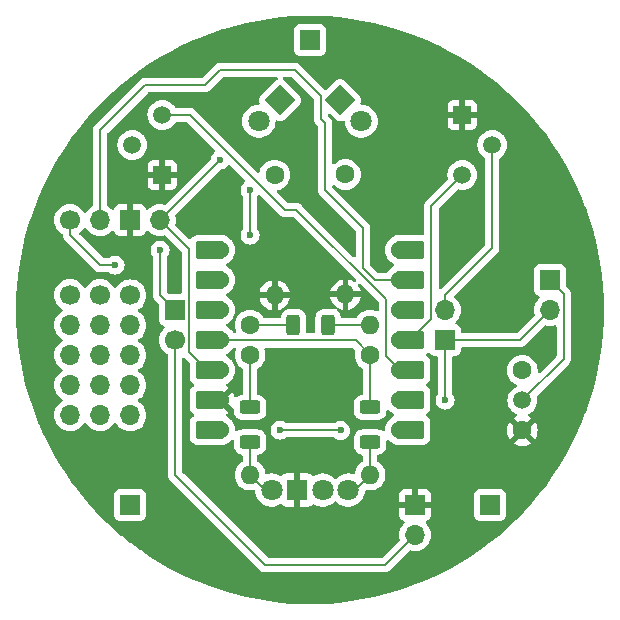
<source format=gbr>
%TF.GenerationSoftware,KiCad,Pcbnew,8.0.2-1*%
%TF.CreationDate,2025-03-04T20:19:02+09:00*%
%TF.ProjectId,test,74657374-2e6b-4696-9361-645f70636258,rev?*%
%TF.SameCoordinates,Original*%
%TF.FileFunction,Copper,L1,Top*%
%TF.FilePolarity,Positive*%
%FSLAX46Y46*%
G04 Gerber Fmt 4.6, Leading zero omitted, Abs format (unit mm)*
G04 Created by KiCad (PCBNEW 8.0.2-1) date 2025-03-04 20:19:02*
%MOMM*%
%LPD*%
G01*
G04 APERTURE LIST*
G04 Aperture macros list*
%AMRoundRect*
0 Rectangle with rounded corners*
0 $1 Rounding radius*
0 $2 $3 $4 $5 $6 $7 $8 $9 X,Y pos of 4 corners*
0 Add a 4 corners polygon primitive as box body*
4,1,4,$2,$3,$4,$5,$6,$7,$8,$9,$2,$3,0*
0 Add four circle primitives for the rounded corners*
1,1,$1+$1,$2,$3*
1,1,$1+$1,$4,$5*
1,1,$1+$1,$6,$7*
1,1,$1+$1,$8,$9*
0 Add four rect primitives between the rounded corners*
20,1,$1+$1,$2,$3,$4,$5,0*
20,1,$1+$1,$4,$5,$6,$7,0*
20,1,$1+$1,$6,$7,$8,$9,0*
20,1,$1+$1,$8,$9,$2,$3,0*%
%AMRotRect*
0 Rectangle, with rotation*
0 The origin of the aperture is its center*
0 $1 length*
0 $2 width*
0 $3 Rotation angle, in degrees counterclockwise*
0 Add horizontal line*
21,1,$1,$2,0,0,$3*%
G04 Aperture macros list end*
%TA.AperFunction,ComponentPad*%
%ADD10C,1.600000*%
%TD*%
%TA.AperFunction,ComponentPad*%
%ADD11O,1.600000X1.600000*%
%TD*%
%TA.AperFunction,SMDPad,CuDef*%
%ADD12RoundRect,0.250000X-0.312500X-0.625000X0.312500X-0.625000X0.312500X0.625000X-0.312500X0.625000X0*%
%TD*%
%TA.AperFunction,SMDPad,CuDef*%
%ADD13RoundRect,0.250000X-0.625000X0.312500X-0.625000X-0.312500X0.625000X-0.312500X0.625000X0.312500X0*%
%TD*%
%TA.AperFunction,ComponentPad*%
%ADD14C,1.700000*%
%TD*%
%TA.AperFunction,ComponentPad*%
%ADD15O,1.700000X1.700000*%
%TD*%
%TA.AperFunction,ComponentPad*%
%ADD16R,1.700000X1.700000*%
%TD*%
%TA.AperFunction,SMDPad,CuDef*%
%ADD17RoundRect,0.152400X1.063600X0.609600X-1.063600X0.609600X-1.063600X-0.609600X1.063600X-0.609600X0*%
%TD*%
%TA.AperFunction,ComponentPad*%
%ADD18C,1.524000*%
%TD*%
%TA.AperFunction,SMDPad,CuDef*%
%ADD19RoundRect,0.152400X-1.063600X-0.609600X1.063600X-0.609600X1.063600X0.609600X-1.063600X0.609600X0*%
%TD*%
%TA.AperFunction,ComponentPad*%
%ADD20C,1.500000*%
%TD*%
%TA.AperFunction,ComponentPad*%
%ADD21R,1.500000X1.500000*%
%TD*%
%TA.AperFunction,ComponentPad*%
%ADD22RotRect,1.800000X1.800000X225.000000*%
%TD*%
%TA.AperFunction,ComponentPad*%
%ADD23C,1.800000*%
%TD*%
%TA.AperFunction,ComponentPad*%
%ADD24RotRect,1.800000X1.800000X315.000000*%
%TD*%
%TA.AperFunction,ComponentPad*%
%ADD25R,1.800000X1.800000*%
%TD*%
%TA.AperFunction,ViaPad*%
%ADD26C,0.600000*%
%TD*%
%TA.AperFunction,Conductor*%
%ADD27C,0.200000*%
%TD*%
G04 APERTURE END LIST*
D10*
%TO.P,R1,1*%
%TO.N,Net-(U1-GPIO19{slash}D8{slash}SCK)*%
X139509500Y-107910000D03*
D11*
%TO.P,R1,2*%
%TO.N,Net-(D4-RA)*%
X139509500Y-118070000D03*
%TD*%
D12*
%TO.P,R8,1*%
%TO.N,Net-(U1-GPIO20{slash}D9{slash}MISO)*%
X143188500Y-105370000D03*
%TO.P,R8,2*%
%TO.N,Net-(D4-BA)*%
X146113500Y-105370000D03*
%TD*%
D13*
%TO.P,R7,1*%
%TO.N,Net-(U1-GPIO18{slash}D10{slash}MOSI)*%
X149669500Y-112351000D03*
%TO.P,R7,2*%
%TO.N,Net-(D4-GA)*%
X149669500Y-115276000D03*
%TD*%
%TO.P,R6,2*%
%TO.N,Net-(D4-RA)*%
X139509500Y-115276000D03*
%TO.P,R6,1*%
%TO.N,Net-(U1-GPIO19{slash}D8{slash}SCK)*%
X139509500Y-112351000D03*
%TD*%
D10*
%TO.P,R2,1*%
%TO.N,Net-(U1-GPIO18{slash}D10{slash}MOSI)*%
X149669500Y-107910000D03*
D11*
%TO.P,R2,2*%
%TO.N,Net-(D4-GA)*%
X149669500Y-118070000D03*
%TD*%
D10*
%TO.P,R3,1*%
%TO.N,Net-(U1-GPIO20{slash}D9{slash}MISO)*%
X139509500Y-105370000D03*
D11*
%TO.P,R3,2*%
%TO.N,Net-(D4-BA)*%
X149669500Y-105370000D03*
%TD*%
D10*
%TO.P,R4,1*%
%TO.N,Net-(D1-K)*%
X141589500Y-92670000D03*
D11*
%TO.P,R4,2*%
%TO.N,GND*%
X141589500Y-102830000D03*
%TD*%
%TO.P,R5,2*%
%TO.N,GND*%
X147589500Y-102779200D03*
D10*
%TO.P,R5,1*%
%TO.N,Net-(D2-K)*%
X147589500Y-92619200D03*
%TD*%
D14*
%TO.P,J9,1,Pin_1*%
%TO.N,unconnected-(J9-Pin_1-Pad1)*%
X126809500Y-102830000D03*
D15*
%TO.P,J9,2,Pin_2*%
%TO.N,unconnected-(J9-Pin_2-Pad2)*%
X126809500Y-105370000D03*
%TO.P,J9,3,Pin_3*%
%TO.N,unconnected-(J9-Pin_3-Pad3)*%
X126809500Y-107910000D03*
%TO.P,J9,4,Pin_4*%
%TO.N,unconnected-(J9-Pin_4-Pad4)*%
X126809500Y-110450000D03*
%TO.P,J9,5,Pin_5*%
%TO.N,unconnected-(J9-Pin_5-Pad5)*%
X126809500Y-112990000D03*
%TD*%
D14*
%TO.P,J7,1,Pin_1*%
%TO.N,unconnected-(J7-Pin_1-Pad1)*%
X129369500Y-102860000D03*
D15*
%TO.P,J7,2,Pin_2*%
%TO.N,unconnected-(J7-Pin_2-Pad2)*%
X129369500Y-105400000D03*
%TO.P,J7,3,Pin_3*%
%TO.N,unconnected-(J7-Pin_3-Pad3)*%
X129369500Y-107940000D03*
%TO.P,J7,4,Pin_4*%
%TO.N,unconnected-(J7-Pin_4-Pad4)*%
X129369500Y-110480000D03*
%TO.P,J7,5,Pin_5*%
%TO.N,unconnected-(J7-Pin_5-Pad5)*%
X129369500Y-113020000D03*
%TD*%
D16*
%TO.P,J4,1,Pin_1*%
%TO.N,unconnected-(J4-Pin_1-Pad1)*%
X144589500Y-81240000D03*
%TD*%
D14*
%TO.P,J8,1,Pin_1*%
%TO.N,unconnected-(J8-Pin_1-Pad1)*%
X124269500Y-102830000D03*
D15*
%TO.P,J8,2,Pin_2*%
%TO.N,unconnected-(J8-Pin_2-Pad2)*%
X124269500Y-105370000D03*
%TO.P,J8,3,Pin_3*%
%TO.N,unconnected-(J8-Pin_3-Pad3)*%
X124269500Y-107910000D03*
%TO.P,J8,4,Pin_4*%
%TO.N,unconnected-(J8-Pin_4-Pad4)*%
X124269500Y-110450000D03*
%TO.P,J8,5,Pin_5*%
%TO.N,unconnected-(J8-Pin_5-Pad5)*%
X124269500Y-112990000D03*
%TD*%
D17*
%TO.P,U1,14,VBUS*%
%TO.N,unconnected-(U1-VBUS-Pad14)*%
X136134500Y-114260000D03*
D18*
%TO.N,unconnected-(U1-VBUS-Pad14)_0*%
X136969500Y-114260000D03*
D17*
%TO.P,U1,13,GND*%
%TO.N,GND*%
X136134500Y-111720000D03*
D18*
X136969500Y-111720000D03*
D17*
%TO.P,U1,12,3V3*%
%TO.N,Net-(D1-A)*%
X136134500Y-109180000D03*
D18*
X136969500Y-109180000D03*
D17*
%TO.P,U1,11,GPIO18/D10/MOSI*%
%TO.N,Net-(U1-GPIO18{slash}D10{slash}MOSI)*%
X136134500Y-106640000D03*
D18*
X136969500Y-106640000D03*
D17*
%TO.P,U1,10,GPIO20/D9/MISO*%
%TO.N,Net-(U1-GPIO20{slash}D9{slash}MISO)*%
X136134500Y-104100000D03*
D18*
X136969500Y-104100000D03*
D17*
%TO.P,U1,9,GPIO19/D8/SCK*%
%TO.N,Net-(U1-GPIO19{slash}D8{slash}SCK)*%
X136134500Y-101560000D03*
D18*
X136969500Y-101560000D03*
D17*
%TO.P,U1,8,GPIO17/D7/RX*%
%TO.N,unconnected-(U1-GPIO17{slash}D7{slash}RX-Pad8)_0*%
X136134500Y-99020000D03*
D18*
%TO.N,unconnected-(U1-GPIO17{slash}D7{slash}RX-Pad8)*%
X136969500Y-99020000D03*
%TO.P,U1,7,GPIO16/D6/TX*%
%TO.N,unconnected-(U1-GPIO16{slash}D6{slash}TX-Pad7)_0*%
X152209500Y-99020000D03*
D19*
%TO.N,unconnected-(U1-GPIO16{slash}D6{slash}TX-Pad7)*%
X153044500Y-99020000D03*
D18*
%TO.P,U1,6,GPIO23/D5/SCL*%
%TO.N,Net-(J3-Pin_2)*%
X152209500Y-101560000D03*
D19*
X153044500Y-101560000D03*
D18*
%TO.P,U1,5,GPIO22/D4/SDA*%
%TO.N,Net-(J3-Pin_1)*%
X152209500Y-104100000D03*
D19*
X153044500Y-104100000D03*
D18*
%TO.P,U1,4,GPIO21/D3*%
%TO.N,Net-(Q2-B)*%
X152209500Y-106640000D03*
D19*
X153044500Y-106640000D03*
D18*
%TO.P,U1,3,GPIO2/A2/D2*%
%TO.N,Net-(Q1-B)*%
X152209500Y-109180000D03*
D19*
X153044500Y-109180000D03*
D18*
%TO.P,U1,2,GPIO1/A1/D1*%
%TO.N,Net-(D2-K)*%
X152209500Y-111720000D03*
D19*
X153044500Y-111720000D03*
D18*
%TO.P,U1,1,GPIO0/A0/D0*%
%TO.N,Net-(D1-K)*%
X152209500Y-114260000D03*
D19*
X153044500Y-114260000D03*
%TD*%
D16*
%TO.P,J6,1,Pin_1*%
%TO.N,unconnected-(J6-Pin_1-Pad1)*%
X129349500Y-120610000D03*
%TD*%
D20*
%TO.P,SW1,1,B*%
%TO.N,Net-(J2-Pin_1)*%
X162560000Y-111760000D03*
D10*
%TO.P,SW1,2,C*%
%TO.N,unconnected-(SW1-C-Pad2)*%
X162560000Y-109220000D03*
%TO.P,SW1,3,A*%
%TO.N,GND*%
X162560000Y-114300000D03*
%TD*%
D21*
%TO.P,Q2,1,E*%
%TO.N,GND*%
X157480000Y-87590000D03*
D20*
%TO.P,Q2,2,C*%
%TO.N,Net-(M2--)*%
X160020000Y-90130000D03*
%TO.P,Q2,3,B*%
%TO.N,Net-(Q2-B)*%
X157480000Y-92670000D03*
%TD*%
D16*
%TO.P,M2,1,+*%
%TO.N,+3.3V*%
X156019500Y-106640000D03*
D15*
%TO.P,M2,2,-*%
%TO.N,Net-(M2--)*%
X156019500Y-104100000D03*
%TD*%
D22*
%TO.P,D1,1,K*%
%TO.N,Net-(D1-K)*%
X142049500Y-86320000D03*
D23*
%TO.P,D1,2,A*%
%TO.N,Net-(D1-A)*%
X140253449Y-88116051D03*
%TD*%
D14*
%TO.P,M1,1,+*%
%TO.N,+3.3V*%
X133159500Y-106640000D03*
D16*
%TO.P,M1,2,-*%
%TO.N,Net-(M1--)*%
X133159500Y-104100000D03*
%TD*%
%TO.P,J2,1,Pin_1*%
%TO.N,Net-(J2-Pin_1)*%
X164909500Y-101560000D03*
D15*
%TO.P,J2,2,Pin_2*%
%TO.N,+3.3V*%
X164909500Y-104100000D03*
%TD*%
D21*
%TO.P,Q1,1,E*%
%TO.N,GND*%
X132080000Y-92670000D03*
D20*
%TO.P,Q1,2,C*%
%TO.N,Net-(M1--)*%
X129540000Y-90130000D03*
%TO.P,Q1,3,B*%
%TO.N,Net-(Q1-B)*%
X132080000Y-87590000D03*
%TD*%
D23*
%TO.P,D2,2,A*%
%TO.N,Net-(D1-A)*%
X148925551Y-88116051D03*
D24*
%TO.P,D2,1,K*%
%TO.N,Net-(D2-K)*%
X147129500Y-86320000D03*
%TD*%
D15*
%TO.P,J1,2,Pin_2*%
%TO.N,+3.3V*%
X153479500Y-123150000D03*
D16*
%TO.P,J1,1,Pin_1*%
%TO.N,GND*%
X153479500Y-120610000D03*
%TD*%
%TO.P,J5,1,Pin_1*%
%TO.N,unconnected-(J5-Pin_1-Pad1)*%
X159829500Y-120610000D03*
%TD*%
D14*
%TO.P,J3,1,Pin_1*%
%TO.N,Net-(J3-Pin_1)*%
X124269500Y-96480000D03*
D15*
%TO.P,J3,2,Pin_2*%
%TO.N,Net-(J3-Pin_2)*%
X126809500Y-96480000D03*
D16*
%TO.P,J3,3,Pin_3*%
%TO.N,GND*%
X129349500Y-96480000D03*
D15*
%TO.P,J3,4,Pin_4*%
%TO.N,Net-(D1-A)*%
X131889500Y-96480000D03*
%TD*%
D23*
%TO.P,D4,1,RA*%
%TO.N,Net-(D4-RA)*%
X141349500Y-119340000D03*
D25*
%TO.P,D4,4,K*%
%TO.N,GND*%
X143508500Y-119340000D03*
D23*
%TO.P,D4,3,BA*%
%TO.N,Net-(D4-BA)*%
X145667500Y-119340000D03*
%TO.P,D4,2,GA*%
%TO.N,Net-(D4-GA)*%
X147826500Y-119340000D03*
%TD*%
D26*
%TO.N,Net-(J3-Pin_1)*%
X128079500Y-100290000D03*
%TO.N,Net-(D1-K)*%
X139509500Y-93940000D03*
X139509500Y-97750000D03*
X142049500Y-114260000D03*
X147169500Y-114300000D03*
%TO.N,Net-(M1--)*%
X131889500Y-99020000D03*
%TO.N,+3.3V*%
X156019500Y-111720000D03*
%TO.N,Net-(D1-A)*%
X136969500Y-91400000D03*
%TD*%
D27*
%TO.N,Net-(Q1-B)*%
X152209500Y-109180000D02*
X150989500Y-107960000D01*
X150989500Y-107960000D02*
X150989500Y-103180000D01*
X143439500Y-95630000D02*
X142439500Y-95630000D01*
X150989500Y-103180000D02*
X143439500Y-95630000D01*
X142439500Y-95630000D02*
X134429500Y-87620000D01*
X134429500Y-87620000D02*
X134429500Y-87590000D01*
X134429500Y-87590000D02*
X132080000Y-87590000D01*
%TO.N,Net-(U1-GPIO18{slash}D10{slash}MOSI)*%
X136969500Y-106680000D02*
X148439500Y-106680000D01*
X148439500Y-106680000D02*
X149669500Y-107910000D01*
%TO.N,Net-(D1-A)*%
X136969500Y-109220000D02*
X135891870Y-109220000D01*
X135891870Y-109220000D02*
X134309500Y-107637630D01*
X134309500Y-107637630D02*
X134309500Y-98900000D01*
X134309500Y-98900000D02*
X131889500Y-96480000D01*
%TO.N,Net-(J3-Pin_1)*%
X128079500Y-100290000D02*
X126809500Y-100290000D01*
X126809500Y-100290000D02*
X124269500Y-97750000D01*
X124269500Y-97750000D02*
X124269500Y-96480000D01*
%TO.N,Net-(J3-Pin_2)*%
X136969500Y-83780000D02*
X135699500Y-85050000D01*
X150130971Y-101600000D02*
X149069500Y-100538529D01*
X130619500Y-85050000D02*
X126809500Y-88860000D01*
X149069500Y-100538529D02*
X149069500Y-97150000D01*
X143319500Y-83780000D02*
X136969500Y-83780000D01*
X145859500Y-93940000D02*
X145859500Y-88282442D01*
X145859500Y-88282442D02*
X145513279Y-87936221D01*
X149069500Y-97150000D02*
X145859500Y-93940000D01*
X145513279Y-87936221D02*
X145513279Y-85973779D01*
X152209500Y-101600000D02*
X150130971Y-101600000D01*
X145513279Y-85973779D02*
X143319500Y-83780000D01*
X135699500Y-85050000D02*
X130619500Y-85050000D01*
X126809500Y-88860000D02*
X126809500Y-96480000D01*
%TO.N,+3.3V*%
X156019500Y-106640000D02*
X156019500Y-111720000D01*
%TO.N,Net-(D1-K)*%
X139509500Y-95210000D02*
X139509500Y-93940000D01*
X139509500Y-97750000D02*
X139509500Y-95210000D01*
X147129500Y-114260000D02*
X142049500Y-114260000D01*
X147169500Y-114300000D02*
X147129500Y-114260000D01*
%TO.N,Net-(D4-RA)*%
X139509500Y-118070000D02*
X140779500Y-119340000D01*
X140779500Y-119340000D02*
X141349500Y-119340000D01*
X139509500Y-115276000D02*
X139509500Y-118070000D01*
%TO.N,Net-(U1-GPIO19{slash}D8{slash}SCK)*%
X139509500Y-112351000D02*
X139509500Y-107910000D01*
%TO.N,Net-(U1-GPIO20{slash}D9{slash}MISO)*%
X143188500Y-105370000D02*
X139509500Y-105370000D01*
%TO.N,Net-(D4-BA)*%
X149669500Y-105370000D02*
X146113500Y-105370000D01*
%TO.N,Net-(U1-GPIO18{slash}D10{slash}MOSI)*%
X149669500Y-112351000D02*
X149669500Y-107910000D01*
%TO.N,Net-(D4-GA)*%
X149669500Y-118070000D02*
X148399500Y-119340000D01*
X148399500Y-119340000D02*
X147826500Y-119340000D01*
X149669500Y-115276000D02*
X149669500Y-118070000D01*
%TO.N,Net-(M1--)*%
X131889500Y-102830000D02*
X131889500Y-99020000D01*
X133159500Y-104100000D02*
X131889500Y-102830000D01*
%TO.N,+3.3V*%
X133159500Y-118070000D02*
X140779500Y-125690000D01*
X133159500Y-106640000D02*
X133159500Y-118070000D01*
X150939500Y-125690000D02*
X153479500Y-123150000D01*
X140779500Y-125690000D02*
X150939500Y-125690000D01*
%TO.N,Net-(D2-K)*%
X153044500Y-111760000D02*
X152209500Y-111760000D01*
%TO.N,Net-(D4-RA)*%
X140041000Y-118070000D02*
X139509500Y-118070000D01*
%TO.N,+3.3V*%
X133159500Y-106640000D02*
X133159500Y-106400000D01*
%TO.N,Net-(Q2-B)*%
X154869500Y-104855000D02*
X153044500Y-106680000D01*
X154869500Y-95280500D02*
X154869500Y-104855000D01*
X157480000Y-92670000D02*
X154869500Y-95280500D01*
%TO.N,Net-(M2--)*%
X156019500Y-102830000D02*
X160020000Y-98829500D01*
X156019500Y-104100000D02*
X156019500Y-102830000D01*
X160020000Y-98829500D02*
X160020000Y-90130000D01*
%TO.N,Net-(J2-Pin_1)*%
X166059500Y-108260500D02*
X162560000Y-111760000D01*
X164909500Y-101560000D02*
X166059500Y-102710000D01*
X166059500Y-102710000D02*
X166059500Y-108260500D01*
%TO.N,Net-(D1-A)*%
X131889500Y-96480000D02*
X136969500Y-91400000D01*
%TO.N,+3.3V*%
X162369500Y-106640000D02*
X164909500Y-104100000D01*
X156019500Y-106640000D02*
X162369500Y-106640000D01*
%TD*%
%TA.AperFunction,Conductor*%
%TO.N,GND*%
G36*
X148206442Y-107300185D02*
G01*
X148227084Y-107316819D01*
X148377558Y-107467293D01*
X148411043Y-107528616D01*
X148409652Y-107587067D01*
X148383866Y-107683302D01*
X148383864Y-107683313D01*
X148364032Y-107909998D01*
X148364032Y-107910001D01*
X148383864Y-108136686D01*
X148383866Y-108136697D01*
X148442758Y-108356488D01*
X148442761Y-108356497D01*
X148538931Y-108562732D01*
X148538932Y-108562734D01*
X148669454Y-108749141D01*
X148830358Y-108910045D01*
X148830361Y-108910047D01*
X149016124Y-109040118D01*
X149059748Y-109094693D01*
X149069000Y-109141692D01*
X149069000Y-111168411D01*
X149049315Y-111235450D01*
X148996511Y-111281205D01*
X148957602Y-111291769D01*
X148891702Y-111298501D01*
X148891700Y-111298501D01*
X148725168Y-111353685D01*
X148725163Y-111353687D01*
X148575842Y-111445789D01*
X148451789Y-111569842D01*
X148359687Y-111719163D01*
X148359685Y-111719168D01*
X148346156Y-111759997D01*
X148304501Y-111885703D01*
X148304501Y-111885704D01*
X148304500Y-111885704D01*
X148294000Y-111988483D01*
X148294000Y-112713501D01*
X148294001Y-112713519D01*
X148304500Y-112816296D01*
X148304501Y-112816299D01*
X148344326Y-112936481D01*
X148359686Y-112982834D01*
X148451788Y-113132156D01*
X148575844Y-113256212D01*
X148725166Y-113348314D01*
X148891703Y-113403499D01*
X148994491Y-113414000D01*
X150344508Y-113413999D01*
X150447297Y-113403499D01*
X150613834Y-113348314D01*
X150763156Y-113256212D01*
X150887212Y-113132156D01*
X150979314Y-112982834D01*
X151034499Y-112816297D01*
X151045000Y-112713509D01*
X151044999Y-112640306D01*
X151064683Y-112573269D01*
X151117486Y-112527513D01*
X151186644Y-112517569D01*
X151250201Y-112546593D01*
X151256666Y-112552612D01*
X151394880Y-112690826D01*
X151465746Y-112740446D01*
X151482289Y-112754328D01*
X151577553Y-112849592D01*
X151634002Y-112882976D01*
X151634496Y-112883268D01*
X151682179Y-112934338D01*
X151694682Y-113003079D01*
X151668036Y-113067669D01*
X151634496Y-113096732D01*
X151577553Y-113130408D01*
X151577546Y-113130413D01*
X151482292Y-113225666D01*
X151465737Y-113239558D01*
X151394882Y-113289172D01*
X151238672Y-113445381D01*
X151111966Y-113626338D01*
X151111965Y-113626340D01*
X151018607Y-113826548D01*
X151018604Y-113826554D01*
X150961430Y-114039929D01*
X150961429Y-114039937D01*
X150941705Y-114265393D01*
X150940344Y-114265273D01*
X150922492Y-114326073D01*
X150869688Y-114371828D01*
X150800530Y-114381772D01*
X150753081Y-114364573D01*
X150613840Y-114278689D01*
X150613835Y-114278687D01*
X150613834Y-114278686D01*
X150447297Y-114223501D01*
X150447295Y-114223500D01*
X150344510Y-114213000D01*
X148994498Y-114213000D01*
X148994481Y-114213001D01*
X148891703Y-114223500D01*
X148891700Y-114223501D01*
X148725168Y-114278685D01*
X148725163Y-114278687D01*
X148575842Y-114370789D01*
X148451789Y-114494842D01*
X148359687Y-114644163D01*
X148359686Y-114644166D01*
X148304501Y-114810703D01*
X148304501Y-114810704D01*
X148304500Y-114810704D01*
X148294000Y-114913483D01*
X148294000Y-115638501D01*
X148294001Y-115638519D01*
X148304500Y-115741296D01*
X148304501Y-115741299D01*
X148344116Y-115860848D01*
X148359686Y-115907834D01*
X148451788Y-116057156D01*
X148575844Y-116181212D01*
X148725166Y-116273314D01*
X148891703Y-116328499D01*
X148957603Y-116335231D01*
X149022294Y-116361627D01*
X149062445Y-116418807D01*
X149069000Y-116458589D01*
X149069000Y-116838306D01*
X149049315Y-116905345D01*
X149016123Y-116939881D01*
X148830359Y-117069953D01*
X148669454Y-117230858D01*
X148538932Y-117417265D01*
X148538931Y-117417267D01*
X148442761Y-117623502D01*
X148442758Y-117623511D01*
X148383866Y-117843302D01*
X148383864Y-117843312D01*
X148380076Y-117886610D01*
X148354622Y-117951679D01*
X148298031Y-117992656D01*
X148228269Y-117996533D01*
X148216286Y-117993083D01*
X148171481Y-117977701D01*
X147975286Y-117944963D01*
X147942549Y-117939500D01*
X147710451Y-117939500D01*
X147669096Y-117946401D01*
X147481515Y-117977702D01*
X147262004Y-118053061D01*
X147261995Y-118053064D01*
X147057871Y-118163531D01*
X147057865Y-118163535D01*
X146874722Y-118306081D01*
X146874718Y-118306084D01*
X146838230Y-118345722D01*
X146778343Y-118381713D01*
X146708504Y-118379612D01*
X146655770Y-118345722D01*
X146619281Y-118306084D01*
X146619277Y-118306081D01*
X146436134Y-118163535D01*
X146436128Y-118163531D01*
X146232004Y-118053064D01*
X146231995Y-118053061D01*
X146012484Y-117977702D01*
X145824904Y-117946401D01*
X145783549Y-117939500D01*
X145551451Y-117939500D01*
X145510096Y-117946401D01*
X145322515Y-117977702D01*
X145103004Y-118053061D01*
X145102990Y-118053067D01*
X144941229Y-118140607D01*
X144872901Y-118155202D01*
X144807529Y-118130539D01*
X144782945Y-118105863D01*
X144765686Y-118082809D01*
X144650593Y-117996649D01*
X144650586Y-117996645D01*
X144515879Y-117946403D01*
X144515872Y-117946401D01*
X144456344Y-117940000D01*
X143758500Y-117940000D01*
X143758500Y-118964722D01*
X143682194Y-118920667D01*
X143567744Y-118890000D01*
X143449256Y-118890000D01*
X143334806Y-118920667D01*
X143258500Y-118964722D01*
X143258500Y-117940000D01*
X142560655Y-117940000D01*
X142501127Y-117946401D01*
X142501120Y-117946403D01*
X142366413Y-117996645D01*
X142366406Y-117996649D01*
X142251312Y-118082809D01*
X142251310Y-118082811D01*
X142234052Y-118105865D01*
X142178117Y-118147735D01*
X142108426Y-118152718D01*
X142075770Y-118140607D01*
X141914009Y-118053067D01*
X141914006Y-118053066D01*
X141914003Y-118053064D01*
X141913997Y-118053062D01*
X141913995Y-118053061D01*
X141694484Y-117977702D01*
X141506904Y-117946401D01*
X141465549Y-117939500D01*
X141233451Y-117939500D01*
X141195295Y-117945867D01*
X141004514Y-117977702D01*
X140962623Y-117992083D01*
X140892824Y-117995231D01*
X140832404Y-117960144D01*
X140800545Y-117897960D01*
X140798836Y-117885618D01*
X140795135Y-117843308D01*
X140736239Y-117623504D01*
X140640068Y-117417266D01*
X140509547Y-117230861D01*
X140509545Y-117230858D01*
X140348640Y-117069953D01*
X140162877Y-116939881D01*
X140119252Y-116885304D01*
X140110000Y-116838306D01*
X140110000Y-116458588D01*
X140129685Y-116391549D01*
X140182489Y-116345794D01*
X140221397Y-116335230D01*
X140287297Y-116328499D01*
X140453834Y-116273314D01*
X140603156Y-116181212D01*
X140727212Y-116057156D01*
X140819314Y-115907834D01*
X140874499Y-115741297D01*
X140885000Y-115638509D01*
X140884999Y-114913492D01*
X140882973Y-114893662D01*
X140874499Y-114810703D01*
X140874498Y-114810700D01*
X140853168Y-114746331D01*
X140819314Y-114644166D01*
X140727212Y-114494844D01*
X140603156Y-114370788D01*
X140453834Y-114278686D01*
X140397431Y-114259996D01*
X141243935Y-114259996D01*
X141243935Y-114260003D01*
X141264130Y-114439249D01*
X141264131Y-114439254D01*
X141323711Y-114609523D01*
X141380562Y-114700000D01*
X141419684Y-114762262D01*
X141547238Y-114889816D01*
X141699978Y-114985789D01*
X141870245Y-115045368D01*
X141870250Y-115045369D01*
X142049496Y-115065565D01*
X142049500Y-115065565D01*
X142049504Y-115065565D01*
X142228749Y-115045369D01*
X142228752Y-115045368D01*
X142228755Y-115045368D01*
X142399022Y-114985789D01*
X142551762Y-114889816D01*
X142551767Y-114889810D01*
X142554597Y-114887555D01*
X142556775Y-114886665D01*
X142557658Y-114886111D01*
X142557755Y-114886265D01*
X142619283Y-114861145D01*
X142631912Y-114860500D01*
X146546560Y-114860500D01*
X146613599Y-114880185D01*
X146634241Y-114896819D01*
X146667238Y-114929816D01*
X146819978Y-115025789D01*
X146959529Y-115074620D01*
X146990245Y-115085368D01*
X146990250Y-115085369D01*
X147169496Y-115105565D01*
X147169500Y-115105565D01*
X147169504Y-115105565D01*
X147348749Y-115085369D01*
X147348752Y-115085368D01*
X147348755Y-115085368D01*
X147519022Y-115025789D01*
X147671762Y-114929816D01*
X147799316Y-114802262D01*
X147895289Y-114649522D01*
X147954868Y-114479255D01*
X147965852Y-114381772D01*
X147975065Y-114300003D01*
X147975065Y-114299996D01*
X147954869Y-114120750D01*
X147954868Y-114120745D01*
X147922588Y-114028495D01*
X147895289Y-113950478D01*
X147799316Y-113797738D01*
X147671762Y-113670184D01*
X147635686Y-113647516D01*
X147519023Y-113574211D01*
X147348754Y-113514631D01*
X147348749Y-113514630D01*
X147169504Y-113494435D01*
X147169496Y-113494435D01*
X146990250Y-113514630D01*
X146990237Y-113514633D01*
X146819981Y-113574209D01*
X146819977Y-113574210D01*
X146714489Y-113640494D01*
X146648517Y-113659500D01*
X142631912Y-113659500D01*
X142564873Y-113639815D01*
X142554597Y-113632445D01*
X142551763Y-113630185D01*
X142551762Y-113630184D01*
X142494996Y-113594515D01*
X142399023Y-113534211D01*
X142228754Y-113474631D01*
X142228749Y-113474630D01*
X142049504Y-113454435D01*
X142049496Y-113454435D01*
X141870250Y-113474630D01*
X141870245Y-113474631D01*
X141699976Y-113534211D01*
X141547237Y-113630184D01*
X141419684Y-113757737D01*
X141323711Y-113910476D01*
X141264131Y-114080745D01*
X141264130Y-114080750D01*
X141243935Y-114259996D01*
X140397431Y-114259996D01*
X140287297Y-114223501D01*
X140287295Y-114223500D01*
X140184510Y-114213000D01*
X138834498Y-114213000D01*
X138834481Y-114213001D01*
X138731703Y-114223500D01*
X138731700Y-114223501D01*
X138565168Y-114278685D01*
X138565159Y-114278689D01*
X138425919Y-114364573D01*
X138358527Y-114383013D01*
X138291863Y-114362090D01*
X138247094Y-114308448D01*
X138238129Y-114265319D01*
X138237295Y-114265393D01*
X138221141Y-114080750D01*
X138217570Y-114039932D01*
X138160394Y-113826550D01*
X138067034Y-113626339D01*
X137988817Y-113514633D01*
X137940327Y-113445381D01*
X137883987Y-113389041D01*
X137784120Y-113289174D01*
X137784116Y-113289171D01*
X137784115Y-113289170D01*
X137713261Y-113239558D01*
X137696708Y-113225669D01*
X137601447Y-113130408D01*
X137544011Y-113096440D01*
X137496329Y-113045371D01*
X137483826Y-112976630D01*
X137510472Y-112912040D01*
X137544014Y-112882976D01*
X137601135Y-112849195D01*
X137673139Y-112777191D01*
X137053595Y-112157647D01*
X137141071Y-112134208D01*
X137242430Y-112075689D01*
X137325189Y-111992930D01*
X137383708Y-111891571D01*
X137407147Y-111804094D01*
X138029199Y-112426146D01*
X138067691Y-112433882D01*
X138117875Y-112482497D01*
X138134000Y-112543643D01*
X138134000Y-112713500D01*
X138134001Y-112713519D01*
X138144500Y-112816296D01*
X138144501Y-112816299D01*
X138184326Y-112936481D01*
X138199686Y-112982834D01*
X138291788Y-113132156D01*
X138415844Y-113256212D01*
X138565166Y-113348314D01*
X138731703Y-113403499D01*
X138834491Y-113414000D01*
X140184508Y-113413999D01*
X140287297Y-113403499D01*
X140453834Y-113348314D01*
X140603156Y-113256212D01*
X140727212Y-113132156D01*
X140819314Y-112982834D01*
X140874499Y-112816297D01*
X140885000Y-112713509D01*
X140884999Y-111988492D01*
X140884285Y-111981506D01*
X140874499Y-111885703D01*
X140874498Y-111885700D01*
X140861331Y-111845965D01*
X140819314Y-111719166D01*
X140727212Y-111569844D01*
X140603156Y-111445788D01*
X140510388Y-111388569D01*
X140453836Y-111353687D01*
X140453831Y-111353685D01*
X140446920Y-111351395D01*
X140287297Y-111298501D01*
X140287294Y-111298500D01*
X140221397Y-111291768D01*
X140156705Y-111265371D01*
X140116554Y-111208190D01*
X140110000Y-111168410D01*
X140110000Y-109141692D01*
X140129685Y-109074653D01*
X140162874Y-109040119D01*
X140348639Y-108910047D01*
X140509547Y-108749139D01*
X140640068Y-108562734D01*
X140736239Y-108356496D01*
X140795135Y-108136692D01*
X140814968Y-107910000D01*
X140810030Y-107853564D01*
X140799424Y-107732331D01*
X140795135Y-107683308D01*
X140741755Y-107484091D01*
X140736241Y-107463511D01*
X140736236Y-107463496D01*
X140733161Y-107456902D01*
X140722670Y-107387824D01*
X140751192Y-107324041D01*
X140809669Y-107285803D01*
X140845544Y-107280500D01*
X148139403Y-107280500D01*
X148206442Y-107300185D01*
G37*
%TD.AperFunction*%
%TA.AperFunction,Conductor*%
G36*
X138240495Y-107300185D02*
G01*
X138286250Y-107352989D01*
X138296194Y-107422147D01*
X138285839Y-107456902D01*
X138282763Y-107463496D01*
X138282758Y-107463511D01*
X138223866Y-107683302D01*
X138223864Y-107683313D01*
X138204032Y-107909998D01*
X138204032Y-107910001D01*
X138223864Y-108136686D01*
X138223866Y-108136697D01*
X138282758Y-108356488D01*
X138282761Y-108356497D01*
X138378931Y-108562732D01*
X138378932Y-108562734D01*
X138509454Y-108749141D01*
X138670358Y-108910045D01*
X138670361Y-108910047D01*
X138856124Y-109040118D01*
X138899748Y-109094693D01*
X138909000Y-109141692D01*
X138909000Y-111168411D01*
X138889315Y-111235450D01*
X138836511Y-111281205D01*
X138797602Y-111291769D01*
X138731702Y-111298501D01*
X138731700Y-111298501D01*
X138565168Y-111353685D01*
X138565163Y-111353687D01*
X138415842Y-111445789D01*
X138399485Y-111462146D01*
X138338161Y-111495630D01*
X138268470Y-111490644D01*
X138212537Y-111448771D01*
X138192031Y-111406556D01*
X138159924Y-111286729D01*
X138159920Y-111286720D01*
X138066596Y-111086586D01*
X138021241Y-111021811D01*
X138021240Y-111021810D01*
X137407147Y-111635904D01*
X137383708Y-111548429D01*
X137325189Y-111447070D01*
X137242430Y-111364311D01*
X137141071Y-111305792D01*
X137053594Y-111282352D01*
X137673139Y-110662807D01*
X137601139Y-110590807D01*
X137601134Y-110590803D01*
X137544013Y-110557022D01*
X137496329Y-110505953D01*
X137483826Y-110437211D01*
X137510472Y-110372622D01*
X137544014Y-110343558D01*
X137544673Y-110343168D01*
X137601447Y-110309592D01*
X137696710Y-110214327D01*
X137713256Y-110200443D01*
X137784120Y-110150826D01*
X137940326Y-109994620D01*
X138067034Y-109813662D01*
X138160394Y-109613450D01*
X138217570Y-109400068D01*
X138236823Y-109180000D01*
X138217570Y-108959932D01*
X138160394Y-108746550D01*
X138067034Y-108546339D01*
X137951164Y-108380858D01*
X137940327Y-108365381D01*
X137883987Y-108309041D01*
X137784120Y-108209174D01*
X137784116Y-108209171D01*
X137784115Y-108209170D01*
X137713261Y-108159558D01*
X137696708Y-108145669D01*
X137601447Y-108050408D01*
X137596462Y-108047460D01*
X137544504Y-108016732D01*
X137496821Y-107965663D01*
X137484317Y-107896921D01*
X137510962Y-107832332D01*
X137544504Y-107803268D01*
X137601447Y-107769592D01*
X137696710Y-107674327D01*
X137713256Y-107660443D01*
X137784120Y-107610826D01*
X137940326Y-107454620D01*
X138025221Y-107333376D01*
X138079798Y-107289752D01*
X138126796Y-107280500D01*
X138173456Y-107280500D01*
X138240495Y-107300185D01*
G37*
%TD.AperFunction*%
%TA.AperFunction,Conductor*%
G36*
X137803390Y-91843710D02*
G01*
X137810831Y-91850567D01*
X139058932Y-93098668D01*
X139092417Y-93159991D01*
X139087433Y-93229683D01*
X139045561Y-93285616D01*
X139037224Y-93291342D01*
X139007240Y-93310182D01*
X139007237Y-93310184D01*
X138879684Y-93437737D01*
X138783711Y-93590476D01*
X138724131Y-93760745D01*
X138724130Y-93760750D01*
X138703935Y-93939996D01*
X138703935Y-93940003D01*
X138724130Y-94119249D01*
X138724131Y-94119254D01*
X138783711Y-94289523D01*
X138879685Y-94442263D01*
X138881945Y-94445097D01*
X138882834Y-94447275D01*
X138883389Y-94448158D01*
X138883234Y-94448255D01*
X138908355Y-94509783D01*
X138909000Y-94522412D01*
X138909000Y-97167587D01*
X138889315Y-97234626D01*
X138881950Y-97244896D01*
X138879686Y-97247734D01*
X138783711Y-97400476D01*
X138724131Y-97570745D01*
X138724130Y-97570750D01*
X138703935Y-97749996D01*
X138703935Y-97750003D01*
X138724130Y-97929249D01*
X138724131Y-97929254D01*
X138783711Y-98099523D01*
X138866023Y-98230521D01*
X138879684Y-98252262D01*
X139007238Y-98379816D01*
X139159978Y-98475789D01*
X139313195Y-98529402D01*
X139330245Y-98535368D01*
X139330250Y-98535369D01*
X139509496Y-98555565D01*
X139509500Y-98555565D01*
X139509504Y-98555565D01*
X139688749Y-98535369D01*
X139688752Y-98535368D01*
X139688755Y-98535368D01*
X139859022Y-98475789D01*
X140011762Y-98379816D01*
X140139316Y-98252262D01*
X140235289Y-98099522D01*
X140294868Y-97929255D01*
X140294869Y-97929249D01*
X140315065Y-97750003D01*
X140315065Y-97749996D01*
X140294869Y-97570750D01*
X140294868Y-97570745D01*
X140243428Y-97423739D01*
X140235289Y-97400478D01*
X140139316Y-97247738D01*
X140139314Y-97247736D01*
X140139313Y-97247734D01*
X140137050Y-97244896D01*
X140136159Y-97242715D01*
X140135611Y-97241842D01*
X140135764Y-97241745D01*
X140110644Y-97180209D01*
X140110000Y-97167587D01*
X140110000Y-94522412D01*
X140129685Y-94455373D01*
X140137055Y-94445097D01*
X140139315Y-94442263D01*
X140139316Y-94442262D01*
X140158157Y-94412275D01*
X140210488Y-94365986D01*
X140279541Y-94355336D01*
X140343390Y-94383710D01*
X140350831Y-94390567D01*
X142070784Y-96110520D01*
X142070786Y-96110521D01*
X142070790Y-96110524D01*
X142178991Y-96172993D01*
X142207716Y-96189577D01*
X142360443Y-96230501D01*
X142360445Y-96230501D01*
X142526154Y-96230501D01*
X142526170Y-96230500D01*
X143139403Y-96230500D01*
X143206442Y-96250185D01*
X143227084Y-96266819D01*
X148465125Y-101504860D01*
X148498610Y-101566183D01*
X148493626Y-101635875D01*
X148451754Y-101691808D01*
X148386290Y-101716225D01*
X148318017Y-101701373D01*
X148306320Y-101694116D01*
X148241982Y-101649065D01*
X148035828Y-101552934D01*
X147839500Y-101500327D01*
X147839500Y-102463514D01*
X147835106Y-102459120D01*
X147743894Y-102406459D01*
X147642161Y-102379200D01*
X147536839Y-102379200D01*
X147435106Y-102406459D01*
X147343894Y-102459120D01*
X147339500Y-102463514D01*
X147339500Y-101500327D01*
X147143171Y-101552934D01*
X146937017Y-101649065D01*
X146750679Y-101779542D01*
X146589842Y-101940379D01*
X146459365Y-102126717D01*
X146363234Y-102332873D01*
X146363230Y-102332882D01*
X146310627Y-102529199D01*
X146310628Y-102529200D01*
X147273814Y-102529200D01*
X147269420Y-102533594D01*
X147216759Y-102624806D01*
X147189500Y-102726539D01*
X147189500Y-102831861D01*
X147216759Y-102933594D01*
X147269420Y-103024806D01*
X147273814Y-103029200D01*
X146310628Y-103029200D01*
X146363230Y-103225517D01*
X146363234Y-103225526D01*
X146459365Y-103431682D01*
X146589842Y-103618020D01*
X146750679Y-103778857D01*
X146824765Y-103830733D01*
X146868389Y-103885310D01*
X146875582Y-103954809D01*
X146844060Y-104017163D01*
X146783830Y-104052577D01*
X146714637Y-104050014D01*
X146699943Y-104045145D01*
X146578797Y-104005001D01*
X146578795Y-104005000D01*
X146476010Y-103994500D01*
X145750998Y-103994500D01*
X145750980Y-103994501D01*
X145648203Y-104005000D01*
X145648200Y-104005001D01*
X145481668Y-104060185D01*
X145481663Y-104060187D01*
X145332342Y-104152289D01*
X145208289Y-104276342D01*
X145116187Y-104425663D01*
X145116186Y-104425666D01*
X145061001Y-104592203D01*
X145061001Y-104592204D01*
X145061000Y-104592204D01*
X145050500Y-104694983D01*
X145050500Y-104694991D01*
X145050500Y-105369999D01*
X145050501Y-105955500D01*
X145030816Y-106022539D01*
X144978013Y-106068294D01*
X144926501Y-106079500D01*
X144375500Y-106079500D01*
X144308461Y-106059815D01*
X144262706Y-106007011D01*
X144251500Y-105955500D01*
X144251499Y-104694998D01*
X144251498Y-104694981D01*
X144240999Y-104592203D01*
X144240998Y-104592200D01*
X144221528Y-104533445D01*
X144185814Y-104425666D01*
X144093712Y-104276344D01*
X143969656Y-104152288D01*
X143820334Y-104060186D01*
X143653797Y-104005001D01*
X143653795Y-104005000D01*
X143551010Y-103994500D01*
X142825998Y-103994500D01*
X142825980Y-103994501D01*
X142723203Y-104005000D01*
X142723200Y-104005001D01*
X142556668Y-104060185D01*
X142556663Y-104060187D01*
X142407342Y-104152289D01*
X142283289Y-104276342D01*
X142191187Y-104425663D01*
X142191186Y-104425666D01*
X142136002Y-104592202D01*
X142136001Y-104592204D01*
X142136000Y-104592205D01*
X142129268Y-104658103D01*
X142102871Y-104722795D01*
X142045690Y-104762946D01*
X142005910Y-104769500D01*
X140741192Y-104769500D01*
X140674153Y-104749815D01*
X140639619Y-104716625D01*
X140509547Y-104530861D01*
X140509545Y-104530858D01*
X140348641Y-104369954D01*
X140162234Y-104239432D01*
X140162232Y-104239431D01*
X139955997Y-104143261D01*
X139955988Y-104143258D01*
X139736197Y-104084366D01*
X139736193Y-104084365D01*
X139736192Y-104084365D01*
X139736191Y-104084364D01*
X139736186Y-104084364D01*
X139509502Y-104064532D01*
X139509498Y-104064532D01*
X139282813Y-104084364D01*
X139282802Y-104084366D01*
X139063011Y-104143258D01*
X139063002Y-104143261D01*
X138856767Y-104239431D01*
X138856765Y-104239432D01*
X138670358Y-104369954D01*
X138509454Y-104530858D01*
X138424963Y-104651525D01*
X138378932Y-104717266D01*
X138378931Y-104717267D01*
X138282761Y-104923502D01*
X138282758Y-104923511D01*
X138223866Y-105143302D01*
X138223864Y-105143313D01*
X138204032Y-105369998D01*
X138204032Y-105370001D01*
X138223864Y-105596686D01*
X138223866Y-105596697D01*
X138282758Y-105816488D01*
X138282760Y-105816492D01*
X138282761Y-105816496D01*
X138304756Y-105863664D01*
X138323143Y-105903095D01*
X138333635Y-105972173D01*
X138305115Y-106035957D01*
X138246639Y-106074196D01*
X138210761Y-106079500D01*
X138180146Y-106079500D01*
X138113107Y-106059815D01*
X138070242Y-106010740D01*
X138069742Y-106011029D01*
X138068273Y-106008486D01*
X138067761Y-106007899D01*
X138067347Y-106007011D01*
X138067034Y-106006339D01*
X138043111Y-105972173D01*
X137940327Y-105825381D01*
X137883545Y-105768599D01*
X137784120Y-105669174D01*
X137784116Y-105669171D01*
X137784115Y-105669170D01*
X137713261Y-105619558D01*
X137696708Y-105605669D01*
X137601447Y-105510408D01*
X137544503Y-105476731D01*
X137496821Y-105425663D01*
X137484317Y-105356921D01*
X137510962Y-105292332D01*
X137544504Y-105263268D01*
X137601447Y-105229592D01*
X137696710Y-105134327D01*
X137713256Y-105120443D01*
X137784120Y-105070826D01*
X137940326Y-104914620D01*
X138067034Y-104733662D01*
X138160394Y-104533450D01*
X138217570Y-104320068D01*
X138236167Y-104107500D01*
X138236823Y-104100002D01*
X138236823Y-104099997D01*
X138228427Y-104004035D01*
X138217570Y-103879932D01*
X138160394Y-103666550D01*
X138067034Y-103466339D01*
X137951986Y-103302032D01*
X137940327Y-103285381D01*
X137880463Y-103225517D01*
X137784120Y-103129174D01*
X137784116Y-103129171D01*
X137784115Y-103129170D01*
X137713261Y-103079558D01*
X137696708Y-103065669D01*
X137601447Y-102970408D01*
X137544503Y-102936731D01*
X137496821Y-102885663D01*
X137484317Y-102816921D01*
X137510962Y-102752332D01*
X137544504Y-102723268D01*
X137584727Y-102699480D01*
X137601447Y-102689592D01*
X137696710Y-102594327D01*
X137713256Y-102580443D01*
X137713890Y-102579999D01*
X140310627Y-102579999D01*
X140310628Y-102580000D01*
X141273814Y-102580000D01*
X141269420Y-102584394D01*
X141216759Y-102675606D01*
X141189500Y-102777339D01*
X141189500Y-102882661D01*
X141216759Y-102984394D01*
X141269420Y-103075606D01*
X141273814Y-103080000D01*
X140310628Y-103080000D01*
X140363230Y-103276317D01*
X140363234Y-103276326D01*
X140459365Y-103482482D01*
X140589842Y-103668820D01*
X140750679Y-103829657D01*
X140937017Y-103960134D01*
X141143173Y-104056265D01*
X141143182Y-104056269D01*
X141339499Y-104108872D01*
X141339500Y-104108871D01*
X141339500Y-103145686D01*
X141343894Y-103150080D01*
X141435106Y-103202741D01*
X141536839Y-103230000D01*
X141642161Y-103230000D01*
X141743894Y-103202741D01*
X141835106Y-103150080D01*
X141839500Y-103145686D01*
X141839500Y-104108872D01*
X142035817Y-104056269D01*
X142035826Y-104056265D01*
X142241982Y-103960134D01*
X142428320Y-103829657D01*
X142589157Y-103668820D01*
X142719634Y-103482482D01*
X142815765Y-103276326D01*
X142815769Y-103276317D01*
X142868372Y-103080000D01*
X141905186Y-103080000D01*
X141909580Y-103075606D01*
X141962241Y-102984394D01*
X141989500Y-102882661D01*
X141989500Y-102777339D01*
X141962241Y-102675606D01*
X141909580Y-102584394D01*
X141905186Y-102580000D01*
X142868372Y-102580000D01*
X142868372Y-102579999D01*
X142815769Y-102383682D01*
X142815765Y-102383673D01*
X142719634Y-102177517D01*
X142589157Y-101991179D01*
X142428320Y-101830342D01*
X142241982Y-101699865D01*
X142035828Y-101603734D01*
X141839500Y-101551127D01*
X141839500Y-102514314D01*
X141835106Y-102509920D01*
X141743894Y-102457259D01*
X141642161Y-102430000D01*
X141536839Y-102430000D01*
X141435106Y-102457259D01*
X141343894Y-102509920D01*
X141339500Y-102514314D01*
X141339500Y-101551127D01*
X141143171Y-101603734D01*
X140937017Y-101699865D01*
X140750679Y-101830342D01*
X140589842Y-101991179D01*
X140459365Y-102177517D01*
X140363234Y-102383673D01*
X140363230Y-102383682D01*
X140310627Y-102579999D01*
X137713890Y-102579999D01*
X137784120Y-102530826D01*
X137940326Y-102374620D01*
X138067034Y-102193662D01*
X138160394Y-101993450D01*
X138217570Y-101780068D01*
X138236823Y-101560000D01*
X138236481Y-101556094D01*
X138217570Y-101339937D01*
X138217570Y-101339932D01*
X138160394Y-101126550D01*
X138067034Y-100926339D01*
X137940326Y-100745380D01*
X137784120Y-100589174D01*
X137784116Y-100589171D01*
X137784115Y-100589170D01*
X137713261Y-100539558D01*
X137696708Y-100525669D01*
X137601447Y-100430408D01*
X137544503Y-100396731D01*
X137496821Y-100345663D01*
X137484317Y-100276921D01*
X137510962Y-100212332D01*
X137544504Y-100183268D01*
X137586533Y-100158412D01*
X137601447Y-100149592D01*
X137696710Y-100054327D01*
X137713256Y-100040443D01*
X137784120Y-99990826D01*
X137940326Y-99834620D01*
X138067034Y-99653662D01*
X138160394Y-99453450D01*
X138217570Y-99240068D01*
X138236823Y-99020000D01*
X138217570Y-98799932D01*
X138160394Y-98586550D01*
X138067034Y-98386339D01*
X137962876Y-98237585D01*
X137940327Y-98205381D01*
X137883987Y-98149041D01*
X137784120Y-98049174D01*
X137784116Y-98049171D01*
X137784115Y-98049170D01*
X137713261Y-97999558D01*
X137696708Y-97985669D01*
X137601447Y-97890408D01*
X137601446Y-97890407D01*
X137601443Y-97890405D01*
X137459457Y-97806435D01*
X137459454Y-97806434D01*
X137301052Y-97760413D01*
X137301046Y-97760412D01*
X137264041Y-97757500D01*
X137264034Y-97757500D01*
X137030040Y-97757500D01*
X137019233Y-97757028D01*
X136995250Y-97754929D01*
X136969501Y-97752677D01*
X136969499Y-97752677D01*
X136943749Y-97754929D01*
X136919766Y-97757028D01*
X136908960Y-97757500D01*
X135004958Y-97757500D01*
X134967953Y-97760412D01*
X134967947Y-97760413D01*
X134809545Y-97806434D01*
X134809542Y-97806435D01*
X134667556Y-97890405D01*
X134667547Y-97890412D01*
X134550912Y-98007047D01*
X134550908Y-98007053D01*
X134526326Y-98048619D01*
X134475256Y-98096302D01*
X134406515Y-98108805D01*
X134341925Y-98082159D01*
X134331913Y-98073178D01*
X133222266Y-96963531D01*
X133188781Y-96902208D01*
X133190172Y-96843757D01*
X133206910Y-96781290D01*
X133224563Y-96715408D01*
X133245159Y-96480000D01*
X133224563Y-96244592D01*
X133190171Y-96116239D01*
X133191834Y-96046393D01*
X133222263Y-95996470D01*
X136988035Y-92230698D01*
X137049356Y-92197215D01*
X137061811Y-92195163D01*
X137148755Y-92185368D01*
X137319022Y-92125789D01*
X137471762Y-92029816D01*
X137599316Y-91902262D01*
X137618157Y-91872275D01*
X137670488Y-91825986D01*
X137739541Y-91815336D01*
X137803390Y-91843710D01*
G37*
%TD.AperFunction*%
%TA.AperFunction,Conductor*%
G36*
X148853580Y-101894395D02*
G01*
X148863839Y-101903574D01*
X150352681Y-103392416D01*
X150386166Y-103453739D01*
X150389000Y-103480097D01*
X150389000Y-104075924D01*
X150369315Y-104142963D01*
X150316511Y-104188718D01*
X150247353Y-104198662D01*
X150212595Y-104188306D01*
X150188345Y-104176998D01*
X150115996Y-104143261D01*
X150115992Y-104143260D01*
X150115988Y-104143258D01*
X149896197Y-104084366D01*
X149896193Y-104084365D01*
X149896192Y-104084365D01*
X149896191Y-104084364D01*
X149896186Y-104084364D01*
X149669502Y-104064532D01*
X149669498Y-104064532D01*
X149442813Y-104084364D01*
X149442802Y-104084366D01*
X149223011Y-104143258D01*
X149223002Y-104143261D01*
X149016767Y-104239431D01*
X149016765Y-104239432D01*
X148830358Y-104369954D01*
X148669454Y-104530858D01*
X148592950Y-104640118D01*
X148539381Y-104716624D01*
X148484807Y-104760248D01*
X148437808Y-104769500D01*
X147296089Y-104769500D01*
X147229050Y-104749815D01*
X147183295Y-104697011D01*
X147172731Y-104658102D01*
X147170839Y-104639591D01*
X147165999Y-104592203D01*
X147110814Y-104425666D01*
X147018712Y-104276344D01*
X146899675Y-104157307D01*
X146866190Y-104095984D01*
X146871174Y-104026292D01*
X146913046Y-103970359D01*
X146978510Y-103945942D01*
X147039761Y-103957244D01*
X147143173Y-104005465D01*
X147143182Y-104005469D01*
X147339499Y-104058072D01*
X147339500Y-104058071D01*
X147339500Y-103094886D01*
X147343894Y-103099280D01*
X147435106Y-103151941D01*
X147536839Y-103179200D01*
X147642161Y-103179200D01*
X147743894Y-103151941D01*
X147835106Y-103099280D01*
X147839500Y-103094886D01*
X147839500Y-104058072D01*
X148035817Y-104005469D01*
X148035826Y-104005465D01*
X148241982Y-103909334D01*
X148428320Y-103778857D01*
X148589157Y-103618020D01*
X148719634Y-103431682D01*
X148815765Y-103225526D01*
X148815769Y-103225517D01*
X148868372Y-103029200D01*
X147905186Y-103029200D01*
X147909580Y-103024806D01*
X147962241Y-102933594D01*
X147989500Y-102831861D01*
X147989500Y-102726539D01*
X147962241Y-102624806D01*
X147909580Y-102533594D01*
X147905186Y-102529200D01*
X148868372Y-102529200D01*
X148868372Y-102529199D01*
X148815769Y-102332882D01*
X148815765Y-102332873D01*
X148719633Y-102126716D01*
X148719629Y-102126710D01*
X148674584Y-102062379D01*
X148652256Y-101996173D01*
X148669266Y-101928406D01*
X148720213Y-101880592D01*
X148788923Y-101867914D01*
X148853580Y-101894395D01*
G37*
%TD.AperFunction*%
%TA.AperFunction,Conductor*%
G36*
X141801588Y-84400185D02*
G01*
X141847343Y-84452989D01*
X141857287Y-84522147D01*
X141828262Y-84585703D01*
X141786061Y-84617294D01*
X141776131Y-84621829D01*
X141776127Y-84621831D01*
X141729434Y-84659458D01*
X140388958Y-85999936D01*
X140388952Y-85999943D01*
X140351330Y-86046628D01*
X140351329Y-86046630D01*
X140291542Y-86177543D01*
X140271061Y-86320000D01*
X140291542Y-86462456D01*
X140326974Y-86540039D01*
X140336918Y-86609198D01*
X140307893Y-86672753D01*
X140249115Y-86710528D01*
X140214180Y-86715551D01*
X140137400Y-86715551D01*
X140091613Y-86723191D01*
X139908464Y-86753753D01*
X139688953Y-86829112D01*
X139688944Y-86829115D01*
X139484820Y-86939582D01*
X139484814Y-86939586D01*
X139301671Y-87082132D01*
X139301668Y-87082135D01*
X139144465Y-87252903D01*
X139017524Y-87447202D01*
X138924291Y-87659750D01*
X138867315Y-87884742D01*
X138867313Y-87884753D01*
X138848149Y-88116044D01*
X138848149Y-88116057D01*
X138867313Y-88347348D01*
X138867315Y-88347359D01*
X138924291Y-88572351D01*
X139017524Y-88784899D01*
X139144465Y-88979198D01*
X139144468Y-88979202D01*
X139144470Y-88979204D01*
X139301665Y-89149964D01*
X139301668Y-89149966D01*
X139301671Y-89149969D01*
X139484814Y-89292515D01*
X139484820Y-89292519D01*
X139484823Y-89292521D01*
X139688946Y-89402987D01*
X139802936Y-89442119D01*
X139908464Y-89478348D01*
X139908466Y-89478348D01*
X139908468Y-89478349D01*
X140137400Y-89516551D01*
X140137401Y-89516551D01*
X140369497Y-89516551D01*
X140369498Y-89516551D01*
X140598430Y-89478349D01*
X140817952Y-89402987D01*
X141022075Y-89292521D01*
X141205233Y-89149964D01*
X141362428Y-88979204D01*
X141489373Y-88784900D01*
X141582606Y-88572351D01*
X141639583Y-88347356D01*
X141656271Y-88145945D01*
X141681425Y-88080763D01*
X141737827Y-88039524D01*
X141807570Y-88035326D01*
X141831357Y-88043391D01*
X141907043Y-88077957D01*
X141907042Y-88077957D01*
X141924949Y-88080531D01*
X142049500Y-88098439D01*
X142191957Y-88077957D01*
X142322873Y-88018169D01*
X142369556Y-87980550D01*
X143710049Y-86640056D01*
X143747669Y-86593373D01*
X143807457Y-86462457D01*
X143827939Y-86320000D01*
X143807457Y-86177543D01*
X143747669Y-86046627D01*
X143710050Y-85999944D01*
X143710045Y-85999939D01*
X143710041Y-85999934D01*
X142369563Y-84659458D01*
X142369556Y-84659451D01*
X142322873Y-84621831D01*
X142322872Y-84621830D01*
X142316470Y-84618907D01*
X142312939Y-84617294D01*
X142260136Y-84571540D01*
X142240451Y-84504500D01*
X142260135Y-84437461D01*
X142312939Y-84391706D01*
X142364451Y-84380500D01*
X143019403Y-84380500D01*
X143086442Y-84400185D01*
X143107084Y-84416819D01*
X144876460Y-86186195D01*
X144909945Y-86247518D01*
X144912779Y-86273876D01*
X144912779Y-87849551D01*
X144912778Y-87849569D01*
X144912778Y-88015275D01*
X144912777Y-88015275D01*
X144922257Y-88050655D01*
X144953702Y-88168006D01*
X144960379Y-88179571D01*
X144960381Y-88179579D01*
X144960384Y-88179578D01*
X144982358Y-88217639D01*
X145032758Y-88304935D01*
X145032760Y-88304938D01*
X145151628Y-88423806D01*
X145151634Y-88423811D01*
X145222681Y-88494858D01*
X145256166Y-88556181D01*
X145259000Y-88582539D01*
X145259000Y-93853330D01*
X145258999Y-93853348D01*
X145258999Y-94019054D01*
X145258998Y-94019054D01*
X145258999Y-94019057D01*
X145299923Y-94171785D01*
X145308359Y-94186397D01*
X145328858Y-94221900D01*
X145328859Y-94221904D01*
X145328860Y-94221904D01*
X145378979Y-94308714D01*
X145378981Y-94308717D01*
X145497849Y-94427585D01*
X145497855Y-94427590D01*
X148432681Y-97362416D01*
X148466166Y-97423739D01*
X148469000Y-97450097D01*
X148469000Y-99510903D01*
X148449315Y-99577942D01*
X148396511Y-99623697D01*
X148327353Y-99633641D01*
X148263797Y-99604616D01*
X148257319Y-99598584D01*
X143927090Y-95268355D01*
X143927088Y-95268352D01*
X143808217Y-95149481D01*
X143808216Y-95149480D01*
X143721404Y-95099360D01*
X143721404Y-95099359D01*
X143721400Y-95099358D01*
X143671285Y-95070423D01*
X143518557Y-95029499D01*
X143360443Y-95029499D01*
X143352847Y-95029499D01*
X143352831Y-95029500D01*
X142739598Y-95029500D01*
X142672559Y-95009815D01*
X142651917Y-94993181D01*
X141808889Y-94150153D01*
X141775404Y-94088830D01*
X141780388Y-94019138D01*
X141822260Y-93963205D01*
X141864476Y-93942697D01*
X142035996Y-93896739D01*
X142242234Y-93800568D01*
X142428639Y-93670047D01*
X142589547Y-93509139D01*
X142720068Y-93322734D01*
X142816239Y-93116496D01*
X142875135Y-92896692D01*
X142894968Y-92670000D01*
X142875135Y-92443308D01*
X142828698Y-92270000D01*
X142816241Y-92223511D01*
X142816238Y-92223502D01*
X142770673Y-92125789D01*
X142720068Y-92017266D01*
X142612137Y-91863123D01*
X142589545Y-91830858D01*
X142428641Y-91669954D01*
X142242234Y-91539432D01*
X142242232Y-91539431D01*
X142035997Y-91443261D01*
X142035988Y-91443258D01*
X141816197Y-91384366D01*
X141816193Y-91384365D01*
X141816192Y-91384365D01*
X141816191Y-91384364D01*
X141816186Y-91384364D01*
X141589502Y-91364532D01*
X141589498Y-91364532D01*
X141362813Y-91384364D01*
X141362802Y-91384366D01*
X141143011Y-91443258D01*
X141143002Y-91443261D01*
X140936767Y-91539431D01*
X140936765Y-91539432D01*
X140750358Y-91669954D01*
X140589454Y-91830858D01*
X140458932Y-92017265D01*
X140458931Y-92017267D01*
X140362761Y-92223502D01*
X140362759Y-92223509D01*
X140316802Y-92395023D01*
X140280437Y-92454683D01*
X140217590Y-92485212D01*
X140148214Y-92476917D01*
X140109346Y-92450610D01*
X134962544Y-87303809D01*
X134942837Y-87278126D01*
X134938099Y-87269920D01*
X134910020Y-87221284D01*
X134798216Y-87109480D01*
X134798214Y-87109479D01*
X134798209Y-87109475D01*
X134661290Y-87030426D01*
X134661286Y-87030424D01*
X134661284Y-87030423D01*
X134508557Y-86989500D01*
X134508556Y-86989500D01*
X133250655Y-86989500D01*
X133183616Y-86969815D01*
X133149080Y-86936623D01*
X133041599Y-86783124D01*
X132969003Y-86710528D01*
X132886877Y-86628402D01*
X132707639Y-86502898D01*
X132707640Y-86502898D01*
X132707638Y-86502897D01*
X132608484Y-86456661D01*
X132509330Y-86410425D01*
X132509326Y-86410424D01*
X132509322Y-86410422D01*
X132297977Y-86353793D01*
X132080002Y-86334723D01*
X132079998Y-86334723D01*
X131946516Y-86346401D01*
X131862023Y-86353793D01*
X131862020Y-86353793D01*
X131650677Y-86410422D01*
X131650668Y-86410426D01*
X131452361Y-86502898D01*
X131452357Y-86502900D01*
X131273121Y-86628402D01*
X131118402Y-86783121D01*
X130992900Y-86962357D01*
X130992898Y-86962361D01*
X130900426Y-87160668D01*
X130900422Y-87160677D01*
X130843793Y-87372020D01*
X130843793Y-87372023D01*
X130824723Y-87590000D01*
X130842884Y-87797591D01*
X130843793Y-87807975D01*
X130843793Y-87807979D01*
X130900422Y-88019322D01*
X130900424Y-88019326D01*
X130900425Y-88019330D01*
X130915034Y-88050659D01*
X130992897Y-88217638D01*
X130992898Y-88217639D01*
X131118402Y-88396877D01*
X131273123Y-88551598D01*
X131452361Y-88677102D01*
X131650670Y-88769575D01*
X131862023Y-88826207D01*
X132044926Y-88842208D01*
X132079998Y-88845277D01*
X132080000Y-88845277D01*
X132080002Y-88845277D01*
X132108254Y-88842805D01*
X132297977Y-88826207D01*
X132509330Y-88769575D01*
X132707639Y-88677102D01*
X132886877Y-88551598D01*
X133041598Y-88396877D01*
X133149081Y-88243374D01*
X133203657Y-88199751D01*
X133250655Y-88190500D01*
X134099403Y-88190500D01*
X134166442Y-88210185D01*
X134187084Y-88226819D01*
X136518932Y-90558668D01*
X136552417Y-90619991D01*
X136547433Y-90689683D01*
X136505561Y-90745616D01*
X136497224Y-90751342D01*
X136467240Y-90770182D01*
X136467237Y-90770184D01*
X136339684Y-90897737D01*
X136243710Y-91050478D01*
X136184130Y-91220750D01*
X136174337Y-91307668D01*
X136147270Y-91372082D01*
X136138798Y-91381465D01*
X132373030Y-95147233D01*
X132311707Y-95180718D01*
X132253256Y-95179327D01*
X132124913Y-95144938D01*
X132124903Y-95144936D01*
X131889501Y-95124341D01*
X131889499Y-95124341D01*
X131654096Y-95144936D01*
X131654086Y-95144938D01*
X131425844Y-95206094D01*
X131425835Y-95206098D01*
X131211671Y-95305964D01*
X131211669Y-95305965D01*
X131018100Y-95441503D01*
X130895784Y-95563819D01*
X130834461Y-95597303D01*
X130764769Y-95592319D01*
X130708836Y-95550447D01*
X130691921Y-95519470D01*
X130642854Y-95387913D01*
X130642850Y-95387906D01*
X130556690Y-95272812D01*
X130556687Y-95272809D01*
X130441593Y-95186649D01*
X130441586Y-95186645D01*
X130306879Y-95136403D01*
X130306872Y-95136401D01*
X130247344Y-95130000D01*
X129599500Y-95130000D01*
X129599500Y-96046988D01*
X129542493Y-96014075D01*
X129415326Y-95980000D01*
X129283674Y-95980000D01*
X129156507Y-96014075D01*
X129099500Y-96046988D01*
X129099500Y-95130000D01*
X128451655Y-95130000D01*
X128392127Y-95136401D01*
X128392120Y-95136403D01*
X128257413Y-95186645D01*
X128257406Y-95186649D01*
X128142312Y-95272809D01*
X128142309Y-95272812D01*
X128056149Y-95387906D01*
X128056145Y-95387913D01*
X128007078Y-95519470D01*
X127965207Y-95575404D01*
X127899742Y-95599821D01*
X127831469Y-95584969D01*
X127803215Y-95563819D01*
X127752954Y-95513558D01*
X127680901Y-95441505D01*
X127680897Y-95441502D01*
X127680896Y-95441501D01*
X127487331Y-95305965D01*
X127487326Y-95305962D01*
X127481591Y-95303288D01*
X127429153Y-95257113D01*
X127410000Y-95190908D01*
X127410000Y-91872155D01*
X130830000Y-91872155D01*
X130830000Y-92420000D01*
X131764314Y-92420000D01*
X131759920Y-92424394D01*
X131707259Y-92515606D01*
X131680000Y-92617339D01*
X131680000Y-92722661D01*
X131707259Y-92824394D01*
X131759920Y-92915606D01*
X131764314Y-92920000D01*
X130830000Y-92920000D01*
X130830000Y-93467844D01*
X130836401Y-93527372D01*
X130836403Y-93527379D01*
X130886645Y-93662086D01*
X130886649Y-93662093D01*
X130972809Y-93777187D01*
X130972812Y-93777190D01*
X131087906Y-93863350D01*
X131087913Y-93863354D01*
X131222620Y-93913596D01*
X131222627Y-93913598D01*
X131282155Y-93919999D01*
X131282172Y-93920000D01*
X131830000Y-93920000D01*
X131830000Y-92985686D01*
X131834394Y-92990080D01*
X131925606Y-93042741D01*
X132027339Y-93070000D01*
X132132661Y-93070000D01*
X132234394Y-93042741D01*
X132325606Y-92990080D01*
X132330000Y-92985686D01*
X132330000Y-93920000D01*
X132877828Y-93920000D01*
X132877844Y-93919999D01*
X132937372Y-93913598D01*
X132937379Y-93913596D01*
X133072086Y-93863354D01*
X133072093Y-93863350D01*
X133187187Y-93777190D01*
X133187190Y-93777187D01*
X133273350Y-93662093D01*
X133273354Y-93662086D01*
X133323596Y-93527379D01*
X133323598Y-93527372D01*
X133329999Y-93467844D01*
X133330000Y-93467827D01*
X133330000Y-92920000D01*
X132395686Y-92920000D01*
X132400080Y-92915606D01*
X132452741Y-92824394D01*
X132480000Y-92722661D01*
X132480000Y-92617339D01*
X132452741Y-92515606D01*
X132400080Y-92424394D01*
X132395686Y-92420000D01*
X133330000Y-92420000D01*
X133330000Y-91872172D01*
X133329999Y-91872155D01*
X133323598Y-91812627D01*
X133323596Y-91812620D01*
X133273354Y-91677913D01*
X133273350Y-91677906D01*
X133187190Y-91562812D01*
X133187187Y-91562809D01*
X133072093Y-91476649D01*
X133072086Y-91476645D01*
X132937379Y-91426403D01*
X132937372Y-91426401D01*
X132877844Y-91420000D01*
X132330000Y-91420000D01*
X132330000Y-92354314D01*
X132325606Y-92349920D01*
X132234394Y-92297259D01*
X132132661Y-92270000D01*
X132027339Y-92270000D01*
X131925606Y-92297259D01*
X131834394Y-92349920D01*
X131830000Y-92354314D01*
X131830000Y-91420000D01*
X131282155Y-91420000D01*
X131222627Y-91426401D01*
X131222620Y-91426403D01*
X131087913Y-91476645D01*
X131087906Y-91476649D01*
X130972812Y-91562809D01*
X130972809Y-91562812D01*
X130886649Y-91677906D01*
X130886645Y-91677913D01*
X130836403Y-91812620D01*
X130836401Y-91812627D01*
X130830000Y-91872155D01*
X127410000Y-91872155D01*
X127410000Y-90129997D01*
X128284723Y-90129997D01*
X128284723Y-90130002D01*
X128303793Y-90347975D01*
X128303793Y-90347979D01*
X128360422Y-90559322D01*
X128360424Y-90559326D01*
X128360425Y-90559330D01*
X128388712Y-90619991D01*
X128452897Y-90757638D01*
X128452898Y-90757639D01*
X128578402Y-90936877D01*
X128733123Y-91091598D01*
X128912361Y-91217102D01*
X129110670Y-91309575D01*
X129322023Y-91366207D01*
X129504926Y-91382208D01*
X129539998Y-91385277D01*
X129540000Y-91385277D01*
X129540002Y-91385277D01*
X129568254Y-91382805D01*
X129757977Y-91366207D01*
X129969330Y-91309575D01*
X130167639Y-91217102D01*
X130346877Y-91091598D01*
X130501598Y-90936877D01*
X130627102Y-90757639D01*
X130719575Y-90559330D01*
X130776207Y-90347977D01*
X130795277Y-90130000D01*
X130793754Y-90112596D01*
X130791569Y-90087618D01*
X130776207Y-89912023D01*
X130719575Y-89700670D01*
X130627102Y-89502362D01*
X130627100Y-89502359D01*
X130627099Y-89502357D01*
X130501599Y-89323124D01*
X130470990Y-89292515D01*
X130346877Y-89168402D01*
X130167639Y-89042898D01*
X130167640Y-89042898D01*
X130167638Y-89042897D01*
X130068484Y-88996661D01*
X129969330Y-88950425D01*
X129969326Y-88950424D01*
X129969322Y-88950422D01*
X129757977Y-88893793D01*
X129540002Y-88874723D01*
X129539998Y-88874723D01*
X129394682Y-88887436D01*
X129322023Y-88893793D01*
X129322020Y-88893793D01*
X129110677Y-88950422D01*
X129110668Y-88950426D01*
X128912361Y-89042898D01*
X128912357Y-89042900D01*
X128733121Y-89168402D01*
X128578402Y-89323121D01*
X128452900Y-89502357D01*
X128452898Y-89502361D01*
X128360426Y-89700668D01*
X128360422Y-89700677D01*
X128303793Y-89912020D01*
X128303793Y-89912024D01*
X128284723Y-90129997D01*
X127410000Y-90129997D01*
X127410000Y-89160097D01*
X127429685Y-89093058D01*
X127446319Y-89072416D01*
X130831917Y-85686819D01*
X130893240Y-85653334D01*
X130919598Y-85650500D01*
X135612831Y-85650500D01*
X135612847Y-85650501D01*
X135620443Y-85650501D01*
X135778554Y-85650501D01*
X135778557Y-85650501D01*
X135931285Y-85609577D01*
X135981404Y-85580639D01*
X136068216Y-85530520D01*
X136180020Y-85418716D01*
X136180020Y-85418714D01*
X136190228Y-85408507D01*
X136190229Y-85408504D01*
X137181916Y-84416819D01*
X137243239Y-84383334D01*
X137269597Y-84380500D01*
X141734549Y-84380500D01*
X141801588Y-84400185D01*
G37*
%TD.AperFunction*%
%TA.AperFunction,Conductor*%
G36*
X145087020Y-79205520D02*
G01*
X146071424Y-79244687D01*
X146076346Y-79244981D01*
X147058421Y-79323254D01*
X147063291Y-79323740D01*
X148041510Y-79440999D01*
X148046362Y-79441678D01*
X149019163Y-79597738D01*
X149023953Y-79598605D01*
X149989772Y-79793216D01*
X149994532Y-79794274D01*
X150951856Y-80027129D01*
X150956552Y-80028370D01*
X151845827Y-80282516D01*
X151903856Y-80299100D01*
X151908572Y-80300549D01*
X152844339Y-80608718D01*
X152848926Y-80610330D01*
X153665503Y-80915739D01*
X153771722Y-80955466D01*
X153776305Y-80957285D01*
X154684633Y-81338827D01*
X154689104Y-81340811D01*
X155024286Y-81497560D01*
X155581525Y-81758155D01*
X155585949Y-81760332D01*
X156461065Y-82212821D01*
X156465399Y-82215172D01*
X157321849Y-82702104D01*
X157326086Y-82704626D01*
X158162485Y-83225213D01*
X158166618Y-83227901D01*
X158981679Y-83781341D01*
X158985672Y-83784170D01*
X159778078Y-84369573D01*
X159781976Y-84372574D01*
X160550503Y-84989032D01*
X160554258Y-84992169D01*
X160651816Y-85077013D01*
X161297660Y-85638688D01*
X161301315Y-85641997D01*
X161348894Y-85686819D01*
X162018407Y-86317540D01*
X162021903Y-86320966D01*
X162657976Y-86969815D01*
X162711592Y-87024508D01*
X162714966Y-87028089D01*
X163218409Y-87584246D01*
X163376129Y-87758481D01*
X163379364Y-87762201D01*
X164010953Y-88518286D01*
X164014039Y-88522133D01*
X164615087Y-89302752D01*
X164618016Y-89306718D01*
X165187528Y-90110579D01*
X165190298Y-90114658D01*
X165727409Y-90940539D01*
X165730015Y-90944725D01*
X166233876Y-91791319D01*
X166236313Y-91795605D01*
X166706114Y-92661554D01*
X166708379Y-92665934D01*
X167143394Y-93549903D01*
X167145482Y-93554370D01*
X167544984Y-94454877D01*
X167546894Y-94459423D01*
X167910298Y-95375147D01*
X167912025Y-95379765D01*
X168238724Y-96309183D01*
X168240267Y-96313867D01*
X168529771Y-97255580D01*
X168531116Y-97260288D01*
X168728562Y-98007053D01*
X168782948Y-98212748D01*
X168784113Y-98217539D01*
X168997878Y-99179256D01*
X168998852Y-99184089D01*
X169174213Y-100153543D01*
X169174994Y-100158412D01*
X169311673Y-101134059D01*
X169312260Y-101138954D01*
X169410046Y-102119297D01*
X169410437Y-102124213D01*
X169469167Y-103107622D01*
X169469363Y-103112549D01*
X169488950Y-104097535D01*
X169488950Y-104102465D01*
X169469363Y-105087450D01*
X169469167Y-105092377D01*
X169410437Y-106075786D01*
X169410046Y-106080702D01*
X169312260Y-107061045D01*
X169311673Y-107065940D01*
X169174994Y-108041587D01*
X169174213Y-108046456D01*
X168998852Y-109015910D01*
X168997878Y-109020743D01*
X168784113Y-109982460D01*
X168782948Y-109987251D01*
X168697721Y-110309591D01*
X168535792Y-110922032D01*
X168531126Y-110939678D01*
X168529771Y-110944419D01*
X168240267Y-111886132D01*
X168238724Y-111890816D01*
X167912025Y-112820234D01*
X167910298Y-112824852D01*
X167546894Y-113740576D01*
X167544984Y-113745122D01*
X167145482Y-114645629D01*
X167143394Y-114650096D01*
X166708379Y-115534065D01*
X166706114Y-115538445D01*
X166236313Y-116404394D01*
X166233876Y-116408680D01*
X165730015Y-117255274D01*
X165727409Y-117259460D01*
X165190298Y-118085341D01*
X165187528Y-118089420D01*
X164618016Y-118893281D01*
X164615087Y-118897247D01*
X164014039Y-119677866D01*
X164010953Y-119681713D01*
X163379364Y-120437798D01*
X163376129Y-120441518D01*
X162714973Y-121171902D01*
X162711592Y-121175491D01*
X162021916Y-121879020D01*
X162018394Y-121882472D01*
X161301315Y-122558002D01*
X161297660Y-122561311D01*
X160554272Y-123207818D01*
X160550488Y-123210979D01*
X159781985Y-123827418D01*
X159778078Y-123830426D01*
X158985687Y-124415818D01*
X158981663Y-124418669D01*
X158166618Y-124972098D01*
X158162485Y-124974786D01*
X157326086Y-125495373D01*
X157321849Y-125497895D01*
X156465399Y-125984827D01*
X156461065Y-125987178D01*
X155585949Y-126439667D01*
X155581525Y-126441844D01*
X154689122Y-126859180D01*
X154684615Y-126861180D01*
X153776305Y-127242714D01*
X153771722Y-127244533D01*
X152848958Y-127589657D01*
X152844306Y-127591292D01*
X151908569Y-127899450D01*
X151903856Y-127900899D01*
X150956587Y-128171619D01*
X150951820Y-128172879D01*
X149994559Y-128405719D01*
X149989745Y-128406789D01*
X149023984Y-128601388D01*
X149019132Y-128602266D01*
X148046378Y-128758318D01*
X148041495Y-128759002D01*
X147063309Y-128876257D01*
X147058403Y-128876746D01*
X146076346Y-128955018D01*
X146071424Y-128955312D01*
X145087020Y-128994480D01*
X145082090Y-128994578D01*
X144096910Y-128994578D01*
X144091980Y-128994480D01*
X143107575Y-128955312D01*
X143102653Y-128955018D01*
X142120596Y-128876746D01*
X142115690Y-128876257D01*
X141137504Y-128759002D01*
X141132621Y-128758318D01*
X140159867Y-128602266D01*
X140155015Y-128601388D01*
X139189254Y-128406789D01*
X139184440Y-128405719D01*
X138227179Y-128172879D01*
X138222412Y-128171619D01*
X137275143Y-127900899D01*
X137270430Y-127899450D01*
X136334693Y-127591292D01*
X136330041Y-127589657D01*
X135407277Y-127244533D01*
X135402694Y-127242714D01*
X134494384Y-126861180D01*
X134489877Y-126859180D01*
X133597474Y-126441844D01*
X133593050Y-126439667D01*
X132717934Y-125987178D01*
X132713600Y-125984827D01*
X131857150Y-125497895D01*
X131852913Y-125495373D01*
X131016514Y-124974786D01*
X131012381Y-124972098D01*
X130244466Y-124450671D01*
X130197330Y-124418665D01*
X130193312Y-124415818D01*
X130069072Y-124324034D01*
X129400918Y-123830424D01*
X129397014Y-123827418D01*
X129361202Y-123798692D01*
X128628501Y-123210971D01*
X128624727Y-123207818D01*
X127881339Y-122561311D01*
X127877684Y-122558002D01*
X127403725Y-122111505D01*
X127160592Y-121882459D01*
X127157096Y-121879032D01*
X126467398Y-121175481D01*
X126464026Y-121171902D01*
X126407991Y-121110000D01*
X125802869Y-120441517D01*
X125799635Y-120437798D01*
X125193459Y-119712135D01*
X127999000Y-119712135D01*
X127999000Y-121507870D01*
X127999001Y-121507876D01*
X128005408Y-121567483D01*
X128055702Y-121702328D01*
X128055706Y-121702335D01*
X128141952Y-121817544D01*
X128141955Y-121817547D01*
X128257164Y-121903793D01*
X128257171Y-121903797D01*
X128392017Y-121954091D01*
X128392016Y-121954091D01*
X128398944Y-121954835D01*
X128451627Y-121960500D01*
X130247372Y-121960499D01*
X130306983Y-121954091D01*
X130441831Y-121903796D01*
X130557046Y-121817546D01*
X130643296Y-121702331D01*
X130693591Y-121567483D01*
X130700000Y-121507873D01*
X130699999Y-119712128D01*
X130693591Y-119652517D01*
X130680085Y-119616306D01*
X130643297Y-119517671D01*
X130643293Y-119517664D01*
X130557047Y-119402455D01*
X130557044Y-119402452D01*
X130441835Y-119316206D01*
X130441828Y-119316202D01*
X130306982Y-119265908D01*
X130306983Y-119265908D01*
X130247383Y-119259501D01*
X130247381Y-119259500D01*
X130247373Y-119259500D01*
X130247364Y-119259500D01*
X128451629Y-119259500D01*
X128451623Y-119259501D01*
X128392016Y-119265908D01*
X128257171Y-119316202D01*
X128257164Y-119316206D01*
X128141955Y-119402452D01*
X128141952Y-119402455D01*
X128055706Y-119517664D01*
X128055702Y-119517671D01*
X128005408Y-119652517D01*
X128000294Y-119700090D01*
X127999001Y-119712123D01*
X127999000Y-119712135D01*
X125193459Y-119712135D01*
X125168046Y-119681713D01*
X125164960Y-119677866D01*
X125082914Y-119571308D01*
X124563907Y-118897241D01*
X124560983Y-118893281D01*
X124554195Y-118883700D01*
X123991464Y-118089410D01*
X123988701Y-118085341D01*
X123987054Y-118082809D01*
X123451590Y-117259460D01*
X123448984Y-117255274D01*
X122945123Y-116408680D01*
X122942686Y-116404394D01*
X122821603Y-116181210D01*
X122472877Y-115538430D01*
X122470620Y-115534065D01*
X122467302Y-115527323D01*
X122035600Y-114650086D01*
X122033517Y-114645629D01*
X122022182Y-114620080D01*
X121639612Y-113757738D01*
X121634015Y-113745122D01*
X121632105Y-113740576D01*
X121588402Y-113630452D01*
X121268691Y-112824826D01*
X121266984Y-112820262D01*
X120940267Y-111890794D01*
X120938732Y-111886132D01*
X120649219Y-110944387D01*
X120647892Y-110939745D01*
X120396042Y-109987217D01*
X120394886Y-109982460D01*
X120363120Y-109839547D01*
X120181114Y-109020710D01*
X120180153Y-109015944D01*
X120004782Y-108046433D01*
X120004005Y-108041587D01*
X119867321Y-107065900D01*
X119866743Y-107061085D01*
X119768950Y-106080668D01*
X119768564Y-106075822D01*
X119709830Y-105092331D01*
X119709637Y-105087497D01*
X119690049Y-104102463D01*
X119690049Y-104097535D01*
X119693064Y-103945942D01*
X119709637Y-103112500D01*
X119709830Y-103107670D01*
X119726413Y-102829999D01*
X122913841Y-102829999D01*
X122913841Y-102830000D01*
X122934436Y-103065403D01*
X122934438Y-103065413D01*
X122995594Y-103293655D01*
X122995596Y-103293659D01*
X122995597Y-103293663D01*
X123058582Y-103428735D01*
X123095465Y-103507830D01*
X123095467Y-103507834D01*
X123203781Y-103662521D01*
X123231001Y-103701396D01*
X123231006Y-103701402D01*
X123398097Y-103868493D01*
X123398103Y-103868498D01*
X123583658Y-103998425D01*
X123627283Y-104053002D01*
X123634477Y-104122500D01*
X123602954Y-104184855D01*
X123583658Y-104201575D01*
X123398097Y-104331505D01*
X123231005Y-104498597D01*
X123095465Y-104692169D01*
X123095464Y-104692171D01*
X122995598Y-104906335D01*
X122995594Y-104906344D01*
X122934438Y-105134586D01*
X122934436Y-105134596D01*
X122913841Y-105369999D01*
X122913841Y-105370000D01*
X122934436Y-105605403D01*
X122934438Y-105605413D01*
X122995594Y-105833655D01*
X122995596Y-105833659D01*
X122995597Y-105833663D01*
X123074645Y-106003181D01*
X123095465Y-106047830D01*
X123095467Y-106047834D01*
X123203781Y-106202521D01*
X123231001Y-106241396D01*
X123231006Y-106241402D01*
X123398097Y-106408493D01*
X123398103Y-106408498D01*
X123583658Y-106538425D01*
X123627283Y-106593002D01*
X123634477Y-106662500D01*
X123602954Y-106724855D01*
X123583658Y-106741575D01*
X123398097Y-106871505D01*
X123231005Y-107038597D01*
X123095465Y-107232169D01*
X123095464Y-107232171D01*
X122995598Y-107446335D01*
X122995594Y-107446344D01*
X122934438Y-107674586D01*
X122934436Y-107674596D01*
X122913841Y-107909999D01*
X122913841Y-107910000D01*
X122934436Y-108145403D01*
X122934438Y-108145413D01*
X122995594Y-108373655D01*
X122995596Y-108373659D01*
X122995597Y-108373663D01*
X123039332Y-108467452D01*
X123095465Y-108587830D01*
X123095467Y-108587834D01*
X123136705Y-108646727D01*
X123231001Y-108781396D01*
X123231006Y-108781402D01*
X123398097Y-108948493D01*
X123398103Y-108948498D01*
X123583658Y-109078425D01*
X123627283Y-109133002D01*
X123634477Y-109202500D01*
X123602954Y-109264855D01*
X123583658Y-109281575D01*
X123398097Y-109411505D01*
X123231005Y-109578597D01*
X123095465Y-109772169D01*
X123095464Y-109772171D01*
X122995598Y-109986335D01*
X122995594Y-109986344D01*
X122934438Y-110214586D01*
X122934436Y-110214596D01*
X122913841Y-110449999D01*
X122913841Y-110450000D01*
X122934436Y-110685403D01*
X122934438Y-110685413D01*
X122995594Y-110913655D01*
X122995596Y-110913659D01*
X122995597Y-110913663D01*
X123056588Y-111044458D01*
X123095465Y-111127830D01*
X123095467Y-111127834D01*
X123158419Y-111217738D01*
X123231001Y-111321396D01*
X123231006Y-111321402D01*
X123398097Y-111488493D01*
X123398103Y-111488498D01*
X123583658Y-111618425D01*
X123627283Y-111673002D01*
X123634477Y-111742500D01*
X123602954Y-111804855D01*
X123583658Y-111821575D01*
X123398097Y-111951505D01*
X123231005Y-112118597D01*
X123095465Y-112312169D01*
X123095464Y-112312171D01*
X122995598Y-112526335D01*
X122995594Y-112526344D01*
X122934438Y-112754586D01*
X122934436Y-112754596D01*
X122913841Y-112989999D01*
X122913841Y-112990000D01*
X122934436Y-113225403D01*
X122934438Y-113225413D01*
X122995594Y-113453655D01*
X122995596Y-113453659D01*
X122995597Y-113453663D01*
X123039332Y-113547452D01*
X123095465Y-113667830D01*
X123095467Y-113667834D01*
X123158419Y-113757738D01*
X123231005Y-113861401D01*
X123398099Y-114028495D01*
X123440948Y-114058498D01*
X123591665Y-114164032D01*
X123591667Y-114164033D01*
X123591670Y-114164035D01*
X123805837Y-114263903D01*
X123805843Y-114263904D01*
X123805844Y-114263905D01*
X123860785Y-114278626D01*
X124034092Y-114325063D01*
X124222418Y-114341539D01*
X124269499Y-114345659D01*
X124269500Y-114345659D01*
X124269501Y-114345659D01*
X124308734Y-114342226D01*
X124504908Y-114325063D01*
X124733163Y-114263903D01*
X124947330Y-114164035D01*
X125140901Y-114028495D01*
X125307995Y-113861401D01*
X125437925Y-113675842D01*
X125492502Y-113632217D01*
X125562000Y-113625023D01*
X125624355Y-113656546D01*
X125641075Y-113675842D01*
X125771000Y-113861395D01*
X125771005Y-113861401D01*
X125938099Y-114028495D01*
X125980948Y-114058498D01*
X126131665Y-114164032D01*
X126131667Y-114164033D01*
X126131670Y-114164035D01*
X126345837Y-114263903D01*
X126345843Y-114263904D01*
X126345844Y-114263905D01*
X126400785Y-114278626D01*
X126574092Y-114325063D01*
X126762418Y-114341539D01*
X126809499Y-114345659D01*
X126809500Y-114345659D01*
X126809501Y-114345659D01*
X126848734Y-114342226D01*
X127044908Y-114325063D01*
X127273163Y-114263903D01*
X127487330Y-114164035D01*
X127680901Y-114028495D01*
X127847995Y-113861401D01*
X127979161Y-113674075D01*
X128033737Y-113630452D01*
X128103235Y-113623258D01*
X128165590Y-113654781D01*
X128193115Y-113692791D01*
X128195463Y-113697827D01*
X128195467Y-113697834D01*
X128303781Y-113852521D01*
X128331005Y-113891401D01*
X128498099Y-114058495D01*
X128587001Y-114120745D01*
X128691665Y-114194032D01*
X128691667Y-114194033D01*
X128691670Y-114194035D01*
X128905837Y-114293903D01*
X128905843Y-114293904D01*
X128905844Y-114293905D01*
X128928599Y-114300002D01*
X129134092Y-114355063D01*
X129313837Y-114370789D01*
X129369499Y-114375659D01*
X129369500Y-114375659D01*
X129369501Y-114375659D01*
X129408734Y-114372226D01*
X129604908Y-114355063D01*
X129833163Y-114293903D01*
X130047330Y-114194035D01*
X130240901Y-114058495D01*
X130407995Y-113891401D01*
X130543535Y-113697830D01*
X130643403Y-113483663D01*
X130704563Y-113255408D01*
X130725159Y-113020000D01*
X130723190Y-112997500D01*
X130715739Y-112912332D01*
X130704563Y-112784592D01*
X130652679Y-112590957D01*
X130643405Y-112556344D01*
X130643404Y-112556343D01*
X130643403Y-112556337D01*
X130543535Y-112342171D01*
X130539161Y-112335923D01*
X130407994Y-112148597D01*
X130240902Y-111981506D01*
X130240896Y-111981501D01*
X130055342Y-111851575D01*
X130011717Y-111796998D01*
X130004523Y-111727500D01*
X130036046Y-111665145D01*
X130055342Y-111648425D01*
X130167570Y-111569842D01*
X130240901Y-111518495D01*
X130407995Y-111351401D01*
X130543535Y-111157830D01*
X130643403Y-110943663D01*
X130704563Y-110715408D01*
X130725159Y-110480000D01*
X130723190Y-110457500D01*
X130713835Y-110350567D01*
X130704563Y-110244592D01*
X130652679Y-110050957D01*
X130643405Y-110016344D01*
X130643404Y-110016343D01*
X130643403Y-110016337D01*
X130543535Y-109802171D01*
X130539161Y-109795923D01*
X130407994Y-109608597D01*
X130240902Y-109441506D01*
X130240896Y-109441501D01*
X130055342Y-109311575D01*
X130011717Y-109256998D01*
X130004523Y-109187500D01*
X130036046Y-109125145D01*
X130055342Y-109108425D01*
X130117466Y-109064925D01*
X130240901Y-108978495D01*
X130407995Y-108811401D01*
X130543535Y-108617830D01*
X130643403Y-108403663D01*
X130704563Y-108175408D01*
X130725159Y-107940000D01*
X130724204Y-107929090D01*
X130710249Y-107769587D01*
X130704563Y-107704592D01*
X130643403Y-107476337D01*
X130543535Y-107262171D01*
X130539161Y-107255923D01*
X130407994Y-107068597D01*
X130240902Y-106901506D01*
X130240896Y-106901501D01*
X130055342Y-106771575D01*
X130011717Y-106716998D01*
X130004523Y-106647500D01*
X130036046Y-106585145D01*
X130055342Y-106568425D01*
X130098186Y-106538425D01*
X130240901Y-106438495D01*
X130407995Y-106271401D01*
X130543535Y-106077830D01*
X130643403Y-105863663D01*
X130704563Y-105635408D01*
X130725159Y-105400000D01*
X130723190Y-105377500D01*
X130712626Y-105256750D01*
X130704563Y-105164592D01*
X130643403Y-104936337D01*
X130543535Y-104722171D01*
X130540102Y-104717267D01*
X130407994Y-104528597D01*
X130240902Y-104361506D01*
X130240896Y-104361501D01*
X130055342Y-104231575D01*
X130011717Y-104176998D01*
X130004523Y-104107500D01*
X130036046Y-104045145D01*
X130055342Y-104028425D01*
X130103792Y-103994500D01*
X130240901Y-103898495D01*
X130407995Y-103731401D01*
X130543535Y-103537830D01*
X130643403Y-103323663D01*
X130704563Y-103095408D01*
X130725159Y-102860000D01*
X130724753Y-102855365D01*
X130719826Y-102799047D01*
X130704563Y-102624592D01*
X130643403Y-102396337D01*
X130543535Y-102182171D01*
X130540277Y-102177517D01*
X130407994Y-101988597D01*
X130240902Y-101821506D01*
X130240895Y-101821501D01*
X130047334Y-101685967D01*
X130047330Y-101685965D01*
X129982995Y-101655965D01*
X129833163Y-101586097D01*
X129833159Y-101586096D01*
X129833155Y-101586094D01*
X129604913Y-101524938D01*
X129604903Y-101524936D01*
X129369501Y-101504341D01*
X129369499Y-101504341D01*
X129134096Y-101524936D01*
X129134086Y-101524938D01*
X128905844Y-101586094D01*
X128905835Y-101586098D01*
X128691671Y-101685964D01*
X128691669Y-101685965D01*
X128498097Y-101821505D01*
X128331008Y-101988594D01*
X128199839Y-102175923D01*
X128145262Y-102219547D01*
X128075763Y-102226740D01*
X128013409Y-102195218D01*
X127985881Y-102157203D01*
X127983533Y-102152167D01*
X127847994Y-101958597D01*
X127680902Y-101791506D01*
X127680895Y-101791501D01*
X127487334Y-101655967D01*
X127487330Y-101655965D01*
X127444247Y-101635875D01*
X127273163Y-101556097D01*
X127273159Y-101556096D01*
X127273155Y-101556094D01*
X127044913Y-101494938D01*
X127044903Y-101494936D01*
X126809501Y-101474341D01*
X126809499Y-101474341D01*
X126574096Y-101494936D01*
X126574086Y-101494938D01*
X126345844Y-101556094D01*
X126345837Y-101556096D01*
X126345837Y-101556097D01*
X126337467Y-101560000D01*
X126131671Y-101655964D01*
X126131669Y-101655965D01*
X125938097Y-101791505D01*
X125771005Y-101958597D01*
X125641075Y-102144158D01*
X125586498Y-102187783D01*
X125517000Y-102194977D01*
X125454645Y-102163454D01*
X125437925Y-102144158D01*
X125307994Y-101958597D01*
X125140902Y-101791506D01*
X125140895Y-101791501D01*
X124947334Y-101655967D01*
X124947330Y-101655965D01*
X124904247Y-101635875D01*
X124733163Y-101556097D01*
X124733159Y-101556096D01*
X124733155Y-101556094D01*
X124504913Y-101494938D01*
X124504903Y-101494936D01*
X124269501Y-101474341D01*
X124269499Y-101474341D01*
X124034096Y-101494936D01*
X124034086Y-101494938D01*
X123805844Y-101556094D01*
X123805837Y-101556096D01*
X123805837Y-101556097D01*
X123797467Y-101560000D01*
X123591671Y-101655964D01*
X123591669Y-101655965D01*
X123398097Y-101791505D01*
X123231005Y-101958597D01*
X123095465Y-102152169D01*
X123095464Y-102152171D01*
X122995598Y-102366335D01*
X122995594Y-102366344D01*
X122934438Y-102594586D01*
X122934436Y-102594596D01*
X122913841Y-102829999D01*
X119726413Y-102829999D01*
X119768565Y-102124173D01*
X119768949Y-102119335D01*
X119866744Y-101138908D01*
X119867320Y-101134105D01*
X120004009Y-100158381D01*
X120004780Y-100153574D01*
X120180155Y-99184045D01*
X120181112Y-99179299D01*
X120394888Y-98217528D01*
X120396039Y-98212793D01*
X120647895Y-97260241D01*
X120649214Y-97255625D01*
X120887659Y-96479999D01*
X122913841Y-96479999D01*
X122913841Y-96480000D01*
X122934436Y-96715403D01*
X122934438Y-96715413D01*
X122995594Y-96943655D01*
X122995596Y-96943659D01*
X122995597Y-96943663D01*
X123053670Y-97068201D01*
X123095465Y-97157830D01*
X123095467Y-97157834D01*
X123158419Y-97247738D01*
X123231005Y-97351401D01*
X123398099Y-97518495D01*
X123426245Y-97538203D01*
X123591665Y-97654032D01*
X123591670Y-97654035D01*
X123597400Y-97656706D01*
X123649840Y-97702876D01*
X123668999Y-97769090D01*
X123668999Y-97829054D01*
X123668998Y-97829054D01*
X123670768Y-97835659D01*
X123709923Y-97981785D01*
X123709924Y-97981787D01*
X123709923Y-97981787D01*
X123724512Y-98007054D01*
X123724513Y-98007055D01*
X123777899Y-98099523D01*
X123788979Y-98118714D01*
X123788981Y-98118717D01*
X123907849Y-98237585D01*
X123907855Y-98237590D01*
X126324639Y-100654374D01*
X126324649Y-100654385D01*
X126328979Y-100658715D01*
X126328980Y-100658716D01*
X126440784Y-100770520D01*
X126440786Y-100770521D01*
X126440790Y-100770524D01*
X126577709Y-100849573D01*
X126577716Y-100849577D01*
X126689519Y-100879534D01*
X126730442Y-100890500D01*
X126730443Y-100890500D01*
X127497088Y-100890500D01*
X127564127Y-100910185D01*
X127574403Y-100917555D01*
X127577236Y-100919814D01*
X127577238Y-100919816D01*
X127729978Y-101015789D01*
X127900245Y-101075368D01*
X127900250Y-101075369D01*
X128079496Y-101095565D01*
X128079500Y-101095565D01*
X128079504Y-101095565D01*
X128258749Y-101075369D01*
X128258752Y-101075368D01*
X128258755Y-101075368D01*
X128429022Y-101015789D01*
X128581762Y-100919816D01*
X128709316Y-100792262D01*
X128805289Y-100639522D01*
X128864868Y-100469255D01*
X128864869Y-100469249D01*
X128885065Y-100290003D01*
X128885065Y-100289996D01*
X128864869Y-100110750D01*
X128864868Y-100110745D01*
X128845129Y-100054334D01*
X128805289Y-99940478D01*
X128709316Y-99787738D01*
X128581762Y-99660184D01*
X128539519Y-99633641D01*
X128429023Y-99564211D01*
X128258754Y-99504631D01*
X128258749Y-99504630D01*
X128079504Y-99484435D01*
X128079496Y-99484435D01*
X127900250Y-99504630D01*
X127900245Y-99504631D01*
X127729976Y-99564211D01*
X127577236Y-99660185D01*
X127574403Y-99662445D01*
X127572224Y-99663334D01*
X127571342Y-99663889D01*
X127571244Y-99663734D01*
X127509717Y-99688855D01*
X127497088Y-99689500D01*
X127109597Y-99689500D01*
X127042558Y-99669815D01*
X127021916Y-99653181D01*
X125096195Y-97727460D01*
X125062710Y-97666137D01*
X125067694Y-97596445D01*
X125109566Y-97540512D01*
X125112722Y-97538225D01*
X125140901Y-97518495D01*
X125307995Y-97351401D01*
X125437925Y-97165842D01*
X125492502Y-97122217D01*
X125562000Y-97115023D01*
X125624355Y-97146546D01*
X125641075Y-97165842D01*
X125771000Y-97351395D01*
X125771005Y-97351401D01*
X125938099Y-97518495D01*
X125966245Y-97538203D01*
X126131665Y-97654032D01*
X126131667Y-97654033D01*
X126131670Y-97654035D01*
X126345837Y-97753903D01*
X126345843Y-97753904D01*
X126345844Y-97753905D01*
X126359261Y-97757500D01*
X126574092Y-97815063D01*
X126744819Y-97830000D01*
X126809499Y-97835659D01*
X126809500Y-97835659D01*
X126809501Y-97835659D01*
X126874181Y-97830000D01*
X127044908Y-97815063D01*
X127273163Y-97753903D01*
X127487330Y-97654035D01*
X127680901Y-97518495D01*
X127803217Y-97396178D01*
X127864536Y-97362696D01*
X127934228Y-97367680D01*
X127990162Y-97409551D01*
X128007077Y-97440528D01*
X128056146Y-97572088D01*
X128056149Y-97572093D01*
X128142309Y-97687187D01*
X128142312Y-97687190D01*
X128257406Y-97773350D01*
X128257413Y-97773354D01*
X128392120Y-97823596D01*
X128392127Y-97823598D01*
X128451655Y-97829999D01*
X128451672Y-97830000D01*
X129099500Y-97830000D01*
X129099500Y-96913012D01*
X129156507Y-96945925D01*
X129283674Y-96980000D01*
X129415326Y-96980000D01*
X129542493Y-96945925D01*
X129599500Y-96913012D01*
X129599500Y-97830000D01*
X130247328Y-97830000D01*
X130247344Y-97829999D01*
X130306872Y-97823598D01*
X130306879Y-97823596D01*
X130441586Y-97773354D01*
X130441593Y-97773350D01*
X130556687Y-97687190D01*
X130556690Y-97687187D01*
X130642850Y-97572093D01*
X130642854Y-97572086D01*
X130691922Y-97440529D01*
X130733793Y-97384595D01*
X130799257Y-97360178D01*
X130867530Y-97375030D01*
X130895785Y-97396181D01*
X131018099Y-97518495D01*
X131046245Y-97538203D01*
X131211665Y-97654032D01*
X131211667Y-97654033D01*
X131211670Y-97654035D01*
X131425837Y-97753903D01*
X131425843Y-97753904D01*
X131425844Y-97753905D01*
X131439261Y-97757500D01*
X131654092Y-97815063D01*
X131824819Y-97830000D01*
X131889499Y-97835659D01*
X131889500Y-97835659D01*
X131889501Y-97835659D01*
X131954181Y-97830000D01*
X132124908Y-97815063D01*
X132253257Y-97780672D01*
X132323106Y-97782335D01*
X132373031Y-97812766D01*
X133672681Y-99112416D01*
X133706166Y-99173739D01*
X133709000Y-99200097D01*
X133709000Y-102625500D01*
X133689315Y-102692539D01*
X133636511Y-102738294D01*
X133585000Y-102749500D01*
X132709597Y-102749500D01*
X132642558Y-102729815D01*
X132621916Y-102713181D01*
X132526319Y-102617584D01*
X132492834Y-102556261D01*
X132490000Y-102529903D01*
X132490000Y-99602412D01*
X132509685Y-99535373D01*
X132517055Y-99525097D01*
X132519310Y-99522267D01*
X132519316Y-99522262D01*
X132615289Y-99369522D01*
X132674868Y-99199255D01*
X132676850Y-99181667D01*
X132695065Y-99020003D01*
X132695065Y-99019996D01*
X132674869Y-98840750D01*
X132674868Y-98840745D01*
X132615288Y-98670476D01*
X132562552Y-98586548D01*
X132519316Y-98517738D01*
X132391762Y-98390184D01*
X132385641Y-98386338D01*
X132239023Y-98294211D01*
X132068754Y-98234631D01*
X132068749Y-98234630D01*
X131889504Y-98214435D01*
X131889496Y-98214435D01*
X131710250Y-98234630D01*
X131710245Y-98234631D01*
X131539976Y-98294211D01*
X131387237Y-98390184D01*
X131259684Y-98517737D01*
X131163711Y-98670476D01*
X131104131Y-98840745D01*
X131104130Y-98840750D01*
X131083935Y-99019996D01*
X131083935Y-99020003D01*
X131104130Y-99199249D01*
X131104131Y-99199254D01*
X131163711Y-99369523D01*
X131216447Y-99453451D01*
X131248606Y-99504632D01*
X131259685Y-99522263D01*
X131261945Y-99525097D01*
X131262834Y-99527275D01*
X131263389Y-99528158D01*
X131263234Y-99528255D01*
X131288355Y-99589783D01*
X131289000Y-99602412D01*
X131289000Y-102743330D01*
X131288999Y-102743348D01*
X131288999Y-102909054D01*
X131288998Y-102909054D01*
X131329923Y-103061787D01*
X131329924Y-103061788D01*
X131351698Y-103099501D01*
X131408975Y-103198709D01*
X131408981Y-103198717D01*
X131527849Y-103317585D01*
X131527855Y-103317590D01*
X131772681Y-103562416D01*
X131806166Y-103623739D01*
X131809000Y-103650097D01*
X131809000Y-104997870D01*
X131809001Y-104997876D01*
X131815408Y-105057483D01*
X131865702Y-105192328D01*
X131865706Y-105192335D01*
X131951952Y-105307544D01*
X131951955Y-105307547D01*
X132067164Y-105393793D01*
X132067171Y-105393797D01*
X132198581Y-105442810D01*
X132254515Y-105484681D01*
X132278932Y-105550145D01*
X132264080Y-105618418D01*
X132242930Y-105646673D01*
X132121003Y-105768600D01*
X131985465Y-105962169D01*
X131985464Y-105962171D01*
X131885598Y-106176335D01*
X131885594Y-106176344D01*
X131824438Y-106404586D01*
X131824436Y-106404596D01*
X131803841Y-106639999D01*
X131803841Y-106640000D01*
X131824436Y-106875403D01*
X131824438Y-106875413D01*
X131885594Y-107103655D01*
X131885596Y-107103659D01*
X131885597Y-107103663D01*
X131977237Y-107300185D01*
X131985465Y-107317830D01*
X131985467Y-107317834D01*
X132087467Y-107463504D01*
X132121005Y-107511401D01*
X132288099Y-107678495D01*
X132384032Y-107745668D01*
X132481665Y-107814032D01*
X132481667Y-107814033D01*
X132481670Y-107814035D01*
X132487398Y-107816706D01*
X132539839Y-107862872D01*
X132559000Y-107929090D01*
X132559000Y-117983330D01*
X132558999Y-117983348D01*
X132558999Y-118149054D01*
X132558998Y-118149054D01*
X132599923Y-118301785D01*
X132628858Y-118351900D01*
X132628859Y-118351904D01*
X132628860Y-118351904D01*
X132678979Y-118438714D01*
X132678981Y-118438717D01*
X132797849Y-118557585D01*
X132797855Y-118557590D01*
X140294639Y-126054374D01*
X140294649Y-126054385D01*
X140298979Y-126058715D01*
X140298980Y-126058716D01*
X140410784Y-126170520D01*
X140410786Y-126170521D01*
X140410790Y-126170524D01*
X140547709Y-126249573D01*
X140547716Y-126249577D01*
X140659519Y-126279534D01*
X140700442Y-126290500D01*
X140700443Y-126290500D01*
X150852831Y-126290500D01*
X150852847Y-126290501D01*
X150860443Y-126290501D01*
X151018554Y-126290501D01*
X151018557Y-126290501D01*
X151171285Y-126249577D01*
X151221404Y-126220639D01*
X151308216Y-126170520D01*
X151420020Y-126058716D01*
X151420020Y-126058714D01*
X151430228Y-126048507D01*
X151430230Y-126048504D01*
X152995970Y-124482763D01*
X153057291Y-124449280D01*
X153115738Y-124450670D01*
X153244092Y-124485063D01*
X153432418Y-124501539D01*
X153479499Y-124505659D01*
X153479500Y-124505659D01*
X153479501Y-124505659D01*
X153518734Y-124502226D01*
X153714908Y-124485063D01*
X153943163Y-124423903D01*
X154157330Y-124324035D01*
X154350901Y-124188495D01*
X154517995Y-124021401D01*
X154653535Y-123827830D01*
X154753403Y-123613663D01*
X154814563Y-123385408D01*
X154835159Y-123150000D01*
X154814563Y-122914592D01*
X154753403Y-122686337D01*
X154653535Y-122472171D01*
X154615569Y-122417950D01*
X154517996Y-122278600D01*
X154517995Y-122278599D01*
X154395679Y-122156283D01*
X154362196Y-122094963D01*
X154367180Y-122025271D01*
X154409051Y-121969337D01*
X154440029Y-121952422D01*
X154571586Y-121903354D01*
X154571593Y-121903350D01*
X154686687Y-121817190D01*
X154686690Y-121817187D01*
X154772850Y-121702093D01*
X154772854Y-121702086D01*
X154823096Y-121567379D01*
X154823098Y-121567372D01*
X154829499Y-121507844D01*
X154829500Y-121507827D01*
X154829500Y-120860000D01*
X153912512Y-120860000D01*
X153945425Y-120802993D01*
X153979500Y-120675826D01*
X153979500Y-120544174D01*
X153945425Y-120417007D01*
X153912512Y-120360000D01*
X154829500Y-120360000D01*
X154829500Y-119712172D01*
X154829499Y-119712155D01*
X154829497Y-119712135D01*
X158479000Y-119712135D01*
X158479000Y-121507870D01*
X158479001Y-121507876D01*
X158485408Y-121567483D01*
X158535702Y-121702328D01*
X158535706Y-121702335D01*
X158621952Y-121817544D01*
X158621955Y-121817547D01*
X158737164Y-121903793D01*
X158737171Y-121903797D01*
X158872017Y-121954091D01*
X158872016Y-121954091D01*
X158878944Y-121954835D01*
X158931627Y-121960500D01*
X160727372Y-121960499D01*
X160786983Y-121954091D01*
X160921831Y-121903796D01*
X161037046Y-121817546D01*
X161123296Y-121702331D01*
X161173591Y-121567483D01*
X161180000Y-121507873D01*
X161179999Y-119712128D01*
X161173591Y-119652517D01*
X161160085Y-119616306D01*
X161123297Y-119517671D01*
X161123293Y-119517664D01*
X161037047Y-119402455D01*
X161037044Y-119402452D01*
X160921835Y-119316206D01*
X160921828Y-119316202D01*
X160786982Y-119265908D01*
X160786983Y-119265908D01*
X160727383Y-119259501D01*
X160727381Y-119259500D01*
X160727373Y-119259500D01*
X160727364Y-119259500D01*
X158931629Y-119259500D01*
X158931623Y-119259501D01*
X158872016Y-119265908D01*
X158737171Y-119316202D01*
X158737164Y-119316206D01*
X158621955Y-119402452D01*
X158621952Y-119402455D01*
X158535706Y-119517664D01*
X158535702Y-119517671D01*
X158485408Y-119652517D01*
X158480294Y-119700090D01*
X158479001Y-119712123D01*
X158479000Y-119712135D01*
X154829497Y-119712135D01*
X154823098Y-119652627D01*
X154823096Y-119652620D01*
X154772854Y-119517913D01*
X154772850Y-119517906D01*
X154686690Y-119402812D01*
X154686687Y-119402809D01*
X154571593Y-119316649D01*
X154571586Y-119316645D01*
X154436879Y-119266403D01*
X154436872Y-119266401D01*
X154377344Y-119260000D01*
X153729500Y-119260000D01*
X153729500Y-120176988D01*
X153672493Y-120144075D01*
X153545326Y-120110000D01*
X153413674Y-120110000D01*
X153286507Y-120144075D01*
X153229500Y-120176988D01*
X153229500Y-119260000D01*
X152581655Y-119260000D01*
X152522127Y-119266401D01*
X152522120Y-119266403D01*
X152387413Y-119316645D01*
X152387406Y-119316649D01*
X152272312Y-119402809D01*
X152272309Y-119402812D01*
X152186149Y-119517906D01*
X152186145Y-119517913D01*
X152135903Y-119652620D01*
X152135901Y-119652627D01*
X152129500Y-119712155D01*
X152129500Y-120360000D01*
X153046488Y-120360000D01*
X153013575Y-120417007D01*
X152979500Y-120544174D01*
X152979500Y-120675826D01*
X153013575Y-120802993D01*
X153046488Y-120860000D01*
X152129500Y-120860000D01*
X152129500Y-121507844D01*
X152135901Y-121567372D01*
X152135903Y-121567379D01*
X152186145Y-121702086D01*
X152186149Y-121702093D01*
X152272309Y-121817187D01*
X152272312Y-121817190D01*
X152387406Y-121903350D01*
X152387413Y-121903354D01*
X152518970Y-121952421D01*
X152574903Y-121994292D01*
X152599321Y-122059756D01*
X152584470Y-122128029D01*
X152563319Y-122156284D01*
X152441003Y-122278600D01*
X152305465Y-122472169D01*
X152305464Y-122472171D01*
X152205598Y-122686335D01*
X152205594Y-122686344D01*
X152144438Y-122914586D01*
X152144436Y-122914596D01*
X152123841Y-123149999D01*
X152123841Y-123150000D01*
X152144436Y-123385403D01*
X152144438Y-123385413D01*
X152178827Y-123513756D01*
X152177164Y-123583606D01*
X152146733Y-123633530D01*
X150727084Y-125053181D01*
X150665761Y-125086666D01*
X150639403Y-125089500D01*
X141079597Y-125089500D01*
X141012558Y-125069815D01*
X140991916Y-125053181D01*
X133796319Y-117857584D01*
X133762834Y-117796261D01*
X133760000Y-117769903D01*
X133760000Y-108236727D01*
X133779685Y-108169688D01*
X133832489Y-108123933D01*
X133901647Y-108113989D01*
X133965203Y-108143014D01*
X133971681Y-108149046D01*
X134381681Y-108559046D01*
X134415166Y-108620369D01*
X134418000Y-108646727D01*
X134418000Y-109855541D01*
X134420912Y-109892546D01*
X134420913Y-109892552D01*
X134466934Y-110050954D01*
X134466935Y-110050957D01*
X134550905Y-110192943D01*
X134550912Y-110192952D01*
X134667547Y-110309587D01*
X134667556Y-110309594D01*
X134724986Y-110343558D01*
X134772670Y-110394627D01*
X134785173Y-110463369D01*
X134758528Y-110527958D01*
X134724987Y-110557021D01*
X134667867Y-110590801D01*
X134667856Y-110590810D01*
X134551310Y-110707356D01*
X134551303Y-110707365D01*
X134467397Y-110849243D01*
X134467396Y-110849246D01*
X134421411Y-111007526D01*
X134421410Y-111007532D01*
X134418500Y-111044511D01*
X134418500Y-112395469D01*
X134418501Y-112395491D01*
X134421410Y-112432466D01*
X134467397Y-112590757D01*
X134551303Y-112732634D01*
X134551310Y-112732643D01*
X134667856Y-112849189D01*
X134667864Y-112849195D01*
X134724986Y-112882977D01*
X134772669Y-112934046D01*
X134785173Y-113002788D01*
X134758528Y-113067377D01*
X134724987Y-113096440D01*
X134667558Y-113130403D01*
X134667547Y-113130412D01*
X134550912Y-113247047D01*
X134550905Y-113247056D01*
X134466935Y-113389042D01*
X134466934Y-113389045D01*
X134420913Y-113547447D01*
X134420912Y-113547453D01*
X134418000Y-113584458D01*
X134418000Y-114935541D01*
X134420912Y-114972546D01*
X134420913Y-114972552D01*
X134466934Y-115130954D01*
X134466935Y-115130957D01*
X134550905Y-115272943D01*
X134550912Y-115272952D01*
X134667547Y-115389587D01*
X134667551Y-115389590D01*
X134667553Y-115389592D01*
X134809541Y-115473564D01*
X134851316Y-115485701D01*
X134967947Y-115519586D01*
X134967950Y-115519586D01*
X134967952Y-115519587D01*
X135004966Y-115522500D01*
X136908960Y-115522500D01*
X136919766Y-115522971D01*
X136943749Y-115525070D01*
X136969499Y-115527323D01*
X136969500Y-115527323D01*
X136969501Y-115527323D01*
X136995250Y-115525070D01*
X137019233Y-115522971D01*
X137030040Y-115522500D01*
X137264026Y-115522500D01*
X137264034Y-115522500D01*
X137301048Y-115519587D01*
X137301050Y-115519586D01*
X137301052Y-115519586D01*
X137342823Y-115507449D01*
X137459459Y-115473564D01*
X137601447Y-115389592D01*
X137696710Y-115294327D01*
X137713256Y-115280443D01*
X137784120Y-115230826D01*
X137922322Y-115092623D01*
X137983641Y-115059141D01*
X138053333Y-115064125D01*
X138109267Y-115105996D01*
X138133684Y-115171460D01*
X138134000Y-115180307D01*
X138134000Y-115638501D01*
X138134001Y-115638519D01*
X138144500Y-115741296D01*
X138144501Y-115741299D01*
X138184116Y-115860848D01*
X138199686Y-115907834D01*
X138291788Y-116057156D01*
X138415844Y-116181212D01*
X138565166Y-116273314D01*
X138731703Y-116328499D01*
X138797603Y-116335231D01*
X138862294Y-116361627D01*
X138902445Y-116418807D01*
X138909000Y-116458589D01*
X138909000Y-116838306D01*
X138889315Y-116905345D01*
X138856123Y-116939881D01*
X138670359Y-117069953D01*
X138509454Y-117230858D01*
X138378932Y-117417265D01*
X138378931Y-117417267D01*
X138282761Y-117623502D01*
X138282758Y-117623511D01*
X138223866Y-117843302D01*
X138223864Y-117843313D01*
X138204032Y-118069998D01*
X138204032Y-118070001D01*
X138223864Y-118296686D01*
X138223866Y-118296697D01*
X138282758Y-118516488D01*
X138282761Y-118516497D01*
X138378931Y-118722732D01*
X138378932Y-118722734D01*
X138509454Y-118909141D01*
X138670358Y-119070045D01*
X138670361Y-119070047D01*
X138856766Y-119200568D01*
X139063004Y-119296739D01*
X139282808Y-119355635D01*
X139444730Y-119369801D01*
X139509498Y-119375468D01*
X139509500Y-119375468D01*
X139509502Y-119375468D01*
X139566173Y-119370509D01*
X139736192Y-119355635D01*
X139797538Y-119339197D01*
X139867387Y-119340858D01*
X139925250Y-119380020D01*
X139952755Y-119444248D01*
X139953208Y-119448730D01*
X139963364Y-119571297D01*
X139963366Y-119571308D01*
X140020342Y-119796300D01*
X140113575Y-120008848D01*
X140240516Y-120203147D01*
X140240519Y-120203151D01*
X140240521Y-120203153D01*
X140397716Y-120373913D01*
X140397719Y-120373915D01*
X140397722Y-120373918D01*
X140580865Y-120516464D01*
X140580871Y-120516468D01*
X140580874Y-120516470D01*
X140687435Y-120574138D01*
X140784989Y-120626932D01*
X140784997Y-120626936D01*
X140898987Y-120666068D01*
X141004515Y-120702297D01*
X141004517Y-120702297D01*
X141004519Y-120702298D01*
X141233451Y-120740500D01*
X141233452Y-120740500D01*
X141465548Y-120740500D01*
X141465549Y-120740500D01*
X141694481Y-120702298D01*
X141914003Y-120626936D01*
X142075770Y-120539391D01*
X142144098Y-120524797D01*
X142209470Y-120549460D01*
X142234053Y-120574136D01*
X142251309Y-120597187D01*
X142251312Y-120597190D01*
X142366406Y-120683350D01*
X142366413Y-120683354D01*
X142501120Y-120733596D01*
X142501127Y-120733598D01*
X142560655Y-120739999D01*
X142560672Y-120740000D01*
X143258500Y-120740000D01*
X143258500Y-119715277D01*
X143334806Y-119759333D01*
X143449256Y-119790000D01*
X143567744Y-119790000D01*
X143682194Y-119759333D01*
X143758500Y-119715277D01*
X143758500Y-120740000D01*
X144456328Y-120740000D01*
X144456344Y-120739999D01*
X144515872Y-120733598D01*
X144515879Y-120733596D01*
X144650586Y-120683354D01*
X144650593Y-120683350D01*
X144765687Y-120597190D01*
X144782944Y-120574138D01*
X144838877Y-120532266D01*
X144908569Y-120527281D01*
X144941229Y-120539392D01*
X145048026Y-120597187D01*
X145102997Y-120626936D01*
X145216987Y-120666068D01*
X145322515Y-120702297D01*
X145322517Y-120702297D01*
X145322519Y-120702298D01*
X145551451Y-120740500D01*
X145551452Y-120740500D01*
X145783548Y-120740500D01*
X145783549Y-120740500D01*
X146012481Y-120702298D01*
X146232003Y-120626936D01*
X146436126Y-120516470D01*
X146619284Y-120373913D01*
X146655769Y-120334278D01*
X146715656Y-120298288D01*
X146785494Y-120300387D01*
X146838231Y-120334279D01*
X146874713Y-120373910D01*
X146874722Y-120373918D01*
X147057865Y-120516464D01*
X147057871Y-120516468D01*
X147057874Y-120516470D01*
X147164435Y-120574138D01*
X147261989Y-120626932D01*
X147261997Y-120626936D01*
X147375987Y-120666068D01*
X147481515Y-120702297D01*
X147481517Y-120702297D01*
X147481519Y-120702298D01*
X147710451Y-120740500D01*
X147710452Y-120740500D01*
X147942548Y-120740500D01*
X147942549Y-120740500D01*
X148171481Y-120702298D01*
X148391003Y-120626936D01*
X148595126Y-120516470D01*
X148778284Y-120373913D01*
X148935479Y-120203153D01*
X149062424Y-120008849D01*
X149155657Y-119796300D01*
X149212634Y-119571305D01*
X149222855Y-119447942D01*
X149248007Y-119382761D01*
X149304409Y-119341523D01*
X149374152Y-119337323D01*
X149378510Y-119338406D01*
X149442808Y-119355635D01*
X149604730Y-119369801D01*
X149669498Y-119375468D01*
X149669500Y-119375468D01*
X149669502Y-119375468D01*
X149726173Y-119370509D01*
X149896192Y-119355635D01*
X150115996Y-119296739D01*
X150322234Y-119200568D01*
X150508639Y-119070047D01*
X150669547Y-118909139D01*
X150800068Y-118722734D01*
X150896239Y-118516496D01*
X150955135Y-118296692D01*
X150974968Y-118070000D01*
X150972655Y-118043568D01*
X150964616Y-117951679D01*
X150955135Y-117843308D01*
X150896239Y-117623504D01*
X150800068Y-117417266D01*
X150669547Y-117230861D01*
X150669545Y-117230858D01*
X150508640Y-117069953D01*
X150322877Y-116939881D01*
X150279252Y-116885304D01*
X150270000Y-116838306D01*
X150270000Y-116458588D01*
X150289685Y-116391549D01*
X150342489Y-116345794D01*
X150381397Y-116335230D01*
X150447297Y-116328499D01*
X150613834Y-116273314D01*
X150763156Y-116181212D01*
X150887212Y-116057156D01*
X150979314Y-115907834D01*
X151034499Y-115741297D01*
X151045000Y-115638509D01*
X151044999Y-115180305D01*
X151064683Y-115113268D01*
X151117487Y-115067513D01*
X151186646Y-115057569D01*
X151250202Y-115086594D01*
X151256666Y-115092612D01*
X151394880Y-115230826D01*
X151465746Y-115280446D01*
X151482289Y-115294328D01*
X151577553Y-115389592D01*
X151719541Y-115473564D01*
X151761316Y-115485701D01*
X151877947Y-115519586D01*
X151877950Y-115519586D01*
X151877952Y-115519587D01*
X151914966Y-115522500D01*
X152148960Y-115522500D01*
X152159766Y-115522971D01*
X152183749Y-115525070D01*
X152209499Y-115527323D01*
X152209500Y-115527323D01*
X152209501Y-115527323D01*
X152235250Y-115525070D01*
X152259233Y-115522971D01*
X152270040Y-115522500D01*
X154174026Y-115522500D01*
X154174034Y-115522500D01*
X154211048Y-115519587D01*
X154211050Y-115519586D01*
X154211052Y-115519586D01*
X154252823Y-115507449D01*
X154369459Y-115473564D01*
X154511447Y-115389592D01*
X154628092Y-115272947D01*
X154712064Y-115130959D01*
X154754240Y-114985789D01*
X154758086Y-114972552D01*
X154758087Y-114972546D01*
X154761000Y-114935534D01*
X154761000Y-113584466D01*
X154758087Y-113547452D01*
X154754240Y-113534211D01*
X154712065Y-113389045D01*
X154712064Y-113389042D01*
X154712064Y-113389041D01*
X154633509Y-113256212D01*
X154628094Y-113247056D01*
X154628087Y-113247047D01*
X154511452Y-113130412D01*
X154511444Y-113130406D01*
X154454504Y-113096732D01*
X154406821Y-113045663D01*
X154394317Y-112976921D01*
X154420962Y-112912332D01*
X154454504Y-112883268D01*
X154454998Y-112882976D01*
X154511447Y-112849592D01*
X154628092Y-112732947D01*
X154712064Y-112590959D01*
X154754240Y-112445789D01*
X154758086Y-112432552D01*
X154758087Y-112432546D01*
X154760999Y-112395541D01*
X154761000Y-112395534D01*
X154761000Y-111044466D01*
X154758087Y-111007452D01*
X154742302Y-110953121D01*
X154724201Y-110890816D01*
X154712064Y-110849041D01*
X154628092Y-110707053D01*
X154628090Y-110707051D01*
X154628087Y-110707047D01*
X154511452Y-110590412D01*
X154511444Y-110590406D01*
X154459193Y-110559505D01*
X154454503Y-110556731D01*
X154406821Y-110505663D01*
X154394317Y-110436921D01*
X154420962Y-110372332D01*
X154454504Y-110343268D01*
X154511447Y-110309592D01*
X154628092Y-110192947D01*
X154712064Y-110050959D01*
X154758087Y-109892548D01*
X154761000Y-109855534D01*
X154761000Y-108504466D01*
X154758087Y-108467452D01*
X154739554Y-108403663D01*
X154712065Y-108309045D01*
X154712064Y-108309042D01*
X154712064Y-108309041D01*
X154633030Y-108175403D01*
X154628094Y-108167056D01*
X154628087Y-108167047D01*
X154511452Y-108050412D01*
X154511444Y-108050406D01*
X154454504Y-108016732D01*
X154406821Y-107965663D01*
X154394317Y-107896921D01*
X154420962Y-107832332D01*
X154454504Y-107803268D01*
X154511447Y-107769592D01*
X154548739Y-107732300D01*
X154610061Y-107698814D01*
X154679753Y-107703798D01*
X154735687Y-107745668D01*
X154811955Y-107847547D01*
X154927164Y-107933793D01*
X154927171Y-107933797D01*
X154972118Y-107950561D01*
X155062017Y-107984091D01*
X155121627Y-107990500D01*
X155295000Y-107990499D01*
X155362039Y-108010183D01*
X155407794Y-108062987D01*
X155419000Y-108114499D01*
X155419000Y-111137587D01*
X155399315Y-111204626D01*
X155391950Y-111214896D01*
X155389686Y-111217734D01*
X155293711Y-111370476D01*
X155234131Y-111540745D01*
X155234130Y-111540750D01*
X155213935Y-111719996D01*
X155213935Y-111720003D01*
X155234130Y-111899249D01*
X155234131Y-111899254D01*
X155293711Y-112069523D01*
X155368986Y-112189322D01*
X155389684Y-112222262D01*
X155517238Y-112349816D01*
X155577433Y-112387639D01*
X155648774Y-112432466D01*
X155669978Y-112445789D01*
X155840245Y-112505368D01*
X155840250Y-112505369D01*
X156019496Y-112525565D01*
X156019500Y-112525565D01*
X156019504Y-112525565D01*
X156198749Y-112505369D01*
X156198752Y-112505368D01*
X156198755Y-112505368D01*
X156369022Y-112445789D01*
X156521762Y-112349816D01*
X156649316Y-112222262D01*
X156745289Y-112069522D01*
X156804868Y-111899255D01*
X156806395Y-111885703D01*
X156825065Y-111720003D01*
X156825065Y-111719996D01*
X156804869Y-111540750D01*
X156804868Y-111540745D01*
X156789329Y-111496337D01*
X156745289Y-111370478D01*
X156733298Y-111351395D01*
X156693465Y-111288001D01*
X156649316Y-111217738D01*
X156649314Y-111217736D01*
X156649313Y-111217734D01*
X156647050Y-111214896D01*
X156646159Y-111212715D01*
X156645611Y-111211842D01*
X156645764Y-111211745D01*
X156620644Y-111150209D01*
X156620000Y-111137587D01*
X156620000Y-108114499D01*
X156639685Y-108047460D01*
X156692489Y-108001705D01*
X156744000Y-107990499D01*
X156917371Y-107990499D01*
X156917372Y-107990499D01*
X156976983Y-107984091D01*
X157111831Y-107933796D01*
X157227046Y-107847546D01*
X157313296Y-107732331D01*
X157363591Y-107597483D01*
X157370000Y-107537873D01*
X157370000Y-107364500D01*
X157389685Y-107297461D01*
X157442489Y-107251706D01*
X157494000Y-107240500D01*
X162282831Y-107240500D01*
X162282847Y-107240501D01*
X162290443Y-107240501D01*
X162448554Y-107240501D01*
X162448557Y-107240501D01*
X162601285Y-107199577D01*
X162651404Y-107170639D01*
X162738216Y-107120520D01*
X162850020Y-107008716D01*
X162850020Y-107008714D01*
X162860228Y-106998507D01*
X162860230Y-106998504D01*
X164425970Y-105432763D01*
X164487291Y-105399280D01*
X164545738Y-105400670D01*
X164674092Y-105435063D01*
X164850534Y-105450500D01*
X164909499Y-105455659D01*
X164909500Y-105455659D01*
X164909501Y-105455659D01*
X164968466Y-105450500D01*
X165144908Y-105435063D01*
X165273262Y-105400671D01*
X165302907Y-105392728D01*
X165372757Y-105394391D01*
X165430619Y-105433554D01*
X165458123Y-105497782D01*
X165459000Y-105512503D01*
X165459000Y-107960402D01*
X165439315Y-108027441D01*
X165422681Y-108048083D01*
X164069428Y-109401335D01*
X164008105Y-109434820D01*
X163938413Y-109429836D01*
X163882480Y-109387964D01*
X163858063Y-109322500D01*
X163858218Y-109302857D01*
X163865468Y-109220000D01*
X163861968Y-109180000D01*
X163855706Y-109108425D01*
X163845635Y-108993308D01*
X163786739Y-108773504D01*
X163690568Y-108567266D01*
X163560047Y-108380861D01*
X163560045Y-108380858D01*
X163399141Y-108219954D01*
X163212734Y-108089432D01*
X163212732Y-108089431D01*
X163006497Y-107993261D01*
X163006488Y-107993258D01*
X162786697Y-107934366D01*
X162786693Y-107934365D01*
X162786692Y-107934365D01*
X162786691Y-107934364D01*
X162786686Y-107934364D01*
X162560002Y-107914532D01*
X162559998Y-107914532D01*
X162333313Y-107934364D01*
X162333302Y-107934366D01*
X162113511Y-107993258D01*
X162113502Y-107993261D01*
X161907267Y-108089431D01*
X161907265Y-108089432D01*
X161720858Y-108219954D01*
X161559954Y-108380858D01*
X161429432Y-108567265D01*
X161429431Y-108567267D01*
X161333261Y-108773502D01*
X161333258Y-108773511D01*
X161274366Y-108993302D01*
X161274364Y-108993313D01*
X161254532Y-109219998D01*
X161254532Y-109220001D01*
X161274364Y-109446686D01*
X161274366Y-109446697D01*
X161333258Y-109666488D01*
X161333261Y-109666497D01*
X161429431Y-109872732D01*
X161429432Y-109872734D01*
X161559954Y-110059141D01*
X161720858Y-110220045D01*
X161720861Y-110220047D01*
X161907266Y-110350568D01*
X162024429Y-110405202D01*
X162076868Y-110451374D01*
X162096020Y-110518568D01*
X162075804Y-110585449D01*
X162024429Y-110629966D01*
X161932362Y-110672898D01*
X161932357Y-110672900D01*
X161753121Y-110798402D01*
X161598402Y-110953121D01*
X161472900Y-111132357D01*
X161472898Y-111132361D01*
X161380426Y-111330668D01*
X161380422Y-111330677D01*
X161323793Y-111542020D01*
X161323793Y-111542024D01*
X161304723Y-111759997D01*
X161304723Y-111760002D01*
X161323793Y-111977975D01*
X161323793Y-111977979D01*
X161380422Y-112189322D01*
X161380424Y-112189326D01*
X161380425Y-112189330D01*
X161426661Y-112288484D01*
X161472897Y-112387638D01*
X161478426Y-112395534D01*
X161598402Y-112566877D01*
X161753123Y-112721598D01*
X161932361Y-112847102D01*
X162025017Y-112890308D01*
X162025019Y-112890309D01*
X162077459Y-112936481D01*
X162096611Y-113003674D01*
X162076395Y-113070556D01*
X162025020Y-113115073D01*
X161907517Y-113169866D01*
X161907512Y-113169868D01*
X161834526Y-113220973D01*
X161834526Y-113220974D01*
X162513553Y-113900000D01*
X162507339Y-113900000D01*
X162405606Y-113927259D01*
X162314394Y-113979920D01*
X162239920Y-114054394D01*
X162187259Y-114145606D01*
X162160000Y-114247339D01*
X162160000Y-114253552D01*
X161480974Y-113574526D01*
X161480973Y-113574526D01*
X161429868Y-113647512D01*
X161429866Y-113647516D01*
X161333734Y-113853673D01*
X161333730Y-113853682D01*
X161274860Y-114073389D01*
X161274858Y-114073400D01*
X161255034Y-114299997D01*
X161255034Y-114300002D01*
X161274858Y-114526599D01*
X161274860Y-114526610D01*
X161333730Y-114746317D01*
X161333735Y-114746331D01*
X161429863Y-114952478D01*
X161480974Y-115025472D01*
X162160000Y-114346446D01*
X162160000Y-114352661D01*
X162187259Y-114454394D01*
X162239920Y-114545606D01*
X162314394Y-114620080D01*
X162405606Y-114672741D01*
X162507339Y-114700000D01*
X162513553Y-114700000D01*
X161834526Y-115379025D01*
X161907513Y-115430132D01*
X161907521Y-115430136D01*
X162113668Y-115526264D01*
X162113682Y-115526269D01*
X162333389Y-115585139D01*
X162333400Y-115585141D01*
X162559998Y-115604966D01*
X162560002Y-115604966D01*
X162786599Y-115585141D01*
X162786610Y-115585139D01*
X163006317Y-115526269D01*
X163006331Y-115526264D01*
X163212478Y-115430136D01*
X163285471Y-115379024D01*
X162606447Y-114700000D01*
X162612661Y-114700000D01*
X162714394Y-114672741D01*
X162805606Y-114620080D01*
X162880080Y-114545606D01*
X162932741Y-114454394D01*
X162960000Y-114352661D01*
X162960000Y-114346447D01*
X163639024Y-115025471D01*
X163690136Y-114952478D01*
X163786264Y-114746331D01*
X163786269Y-114746317D01*
X163845139Y-114526610D01*
X163845141Y-114526599D01*
X163864966Y-114300002D01*
X163864966Y-114299997D01*
X163845141Y-114073400D01*
X163845139Y-114073389D01*
X163786269Y-113853682D01*
X163786264Y-113853668D01*
X163690136Y-113647521D01*
X163690132Y-113647513D01*
X163639025Y-113574526D01*
X162960000Y-114253551D01*
X162960000Y-114247339D01*
X162932741Y-114145606D01*
X162880080Y-114054394D01*
X162805606Y-113979920D01*
X162714394Y-113927259D01*
X162612661Y-113900000D01*
X162606448Y-113900000D01*
X163285472Y-113220974D01*
X163212480Y-113169864D01*
X163094979Y-113115073D01*
X163042540Y-113068901D01*
X163023388Y-113001707D01*
X163043604Y-112934826D01*
X163094976Y-112890311D01*
X163187639Y-112847102D01*
X163366877Y-112721598D01*
X163521598Y-112566877D01*
X163647102Y-112387639D01*
X163739575Y-112189330D01*
X163796207Y-111977977D01*
X163813657Y-111778520D01*
X163815277Y-111760002D01*
X163815277Y-111759997D01*
X163806658Y-111661480D01*
X163796207Y-111542023D01*
X163779023Y-111477891D01*
X163780685Y-111408043D01*
X163811114Y-111358119D01*
X166418006Y-108751228D01*
X166418011Y-108751224D01*
X166428214Y-108741020D01*
X166428216Y-108741020D01*
X166540020Y-108629216D01*
X166619077Y-108492284D01*
X166656102Y-108354106D01*
X166660000Y-108339558D01*
X166660000Y-108181443D01*
X166660000Y-102799060D01*
X166660001Y-102799047D01*
X166660001Y-102630944D01*
X166660001Y-102630943D01*
X166619077Y-102478216D01*
X166607334Y-102457876D01*
X166540024Y-102341290D01*
X166540018Y-102341282D01*
X166296318Y-102097582D01*
X166262833Y-102036259D01*
X166259999Y-102009901D01*
X166259999Y-100662129D01*
X166259998Y-100662123D01*
X166259997Y-100662116D01*
X166253591Y-100602517D01*
X166248614Y-100589174D01*
X166203297Y-100467671D01*
X166203293Y-100467664D01*
X166117047Y-100352455D01*
X166117044Y-100352452D01*
X166001835Y-100266206D01*
X166001828Y-100266202D01*
X165866982Y-100215908D01*
X165866983Y-100215908D01*
X165807383Y-100209501D01*
X165807381Y-100209500D01*
X165807373Y-100209500D01*
X165807364Y-100209500D01*
X164011629Y-100209500D01*
X164011623Y-100209501D01*
X163952016Y-100215908D01*
X163817171Y-100266202D01*
X163817164Y-100266206D01*
X163701955Y-100352452D01*
X163701952Y-100352455D01*
X163615706Y-100467664D01*
X163615702Y-100467671D01*
X163565408Y-100602517D01*
X163559832Y-100654385D01*
X163559001Y-100662123D01*
X163559000Y-100662135D01*
X163559000Y-102457870D01*
X163559001Y-102457876D01*
X163565408Y-102517483D01*
X163615702Y-102652328D01*
X163615706Y-102652335D01*
X163701952Y-102767544D01*
X163701955Y-102767547D01*
X163817164Y-102853793D01*
X163817171Y-102853797D01*
X163948581Y-102902810D01*
X164004515Y-102944681D01*
X164028932Y-103010145D01*
X164014080Y-103078418D01*
X163992930Y-103106673D01*
X163871003Y-103228600D01*
X163735465Y-103422169D01*
X163735464Y-103422171D01*
X163635598Y-103636335D01*
X163635594Y-103636344D01*
X163574438Y-103864586D01*
X163574436Y-103864596D01*
X163553841Y-104099999D01*
X163553841Y-104100000D01*
X163574436Y-104335403D01*
X163574438Y-104335413D01*
X163608827Y-104463756D01*
X163607164Y-104533606D01*
X163576733Y-104583530D01*
X162157084Y-106003181D01*
X162095761Y-106036666D01*
X162069403Y-106039500D01*
X157493999Y-106039500D01*
X157426960Y-106019815D01*
X157381205Y-105967011D01*
X157369999Y-105915500D01*
X157369999Y-105742129D01*
X157369998Y-105742123D01*
X157363591Y-105682516D01*
X157313297Y-105547671D01*
X157313293Y-105547664D01*
X157227047Y-105432455D01*
X157227044Y-105432452D01*
X157111835Y-105346206D01*
X157111828Y-105346202D01*
X156980417Y-105297189D01*
X156924483Y-105255318D01*
X156900066Y-105189853D01*
X156914918Y-105121580D01*
X156936063Y-105093332D01*
X157057995Y-104971401D01*
X157193535Y-104777830D01*
X157293403Y-104563663D01*
X157354563Y-104335408D01*
X157375159Y-104100000D01*
X157373190Y-104077500D01*
X157368710Y-104026292D01*
X157354563Y-103864592D01*
X157301500Y-103666554D01*
X157293405Y-103636344D01*
X157293404Y-103636343D01*
X157293403Y-103636337D01*
X157193535Y-103422171D01*
X157172701Y-103392416D01*
X157057994Y-103228597D01*
X156890904Y-103061508D01*
X156890896Y-103061501D01*
X156862752Y-103041795D01*
X156819127Y-102987219D01*
X156811933Y-102917720D01*
X156843455Y-102855365D01*
X156846162Y-102852571D01*
X160378506Y-99320228D01*
X160378511Y-99320224D01*
X160388714Y-99310020D01*
X160388716Y-99310020D01*
X160500520Y-99198216D01*
X160579577Y-99061284D01*
X160620500Y-98908557D01*
X160620500Y-91300655D01*
X160640185Y-91233616D01*
X160673373Y-91199082D01*
X160826877Y-91091598D01*
X160981598Y-90936877D01*
X161107102Y-90757639D01*
X161199575Y-90559330D01*
X161256207Y-90347977D01*
X161275277Y-90130000D01*
X161273754Y-90112596D01*
X161271569Y-90087618D01*
X161256207Y-89912023D01*
X161199575Y-89700670D01*
X161107102Y-89502362D01*
X161107100Y-89502359D01*
X161107099Y-89502357D01*
X160981599Y-89323124D01*
X160950990Y-89292515D01*
X160826877Y-89168402D01*
X160647639Y-89042898D01*
X160647640Y-89042898D01*
X160647638Y-89042897D01*
X160548484Y-88996661D01*
X160449330Y-88950425D01*
X160449326Y-88950424D01*
X160449322Y-88950422D01*
X160237977Y-88893793D01*
X160020002Y-88874723D01*
X160019998Y-88874723D01*
X159874682Y-88887436D01*
X159802023Y-88893793D01*
X159802020Y-88893793D01*
X159590677Y-88950422D01*
X159590668Y-88950426D01*
X159392361Y-89042898D01*
X159392357Y-89042900D01*
X159213121Y-89168402D01*
X159058402Y-89323121D01*
X158932900Y-89502357D01*
X158932898Y-89502361D01*
X158840426Y-89700668D01*
X158840422Y-89700677D01*
X158783793Y-89912020D01*
X158783793Y-89912024D01*
X158764723Y-90129997D01*
X158764723Y-90130002D01*
X158783793Y-90347975D01*
X158783793Y-90347979D01*
X158840422Y-90559322D01*
X158840424Y-90559326D01*
X158840425Y-90559330D01*
X158868712Y-90619991D01*
X158932897Y-90757638D01*
X158932898Y-90757639D01*
X159058402Y-90936877D01*
X159213123Y-91091598D01*
X159366625Y-91199081D01*
X159410249Y-91253657D01*
X159419500Y-91300655D01*
X159419500Y-98529402D01*
X159399815Y-98596441D01*
X159383181Y-98617083D01*
X155681681Y-102318583D01*
X155620358Y-102352068D01*
X155550666Y-102347084D01*
X155494733Y-102305212D01*
X155470316Y-102239748D01*
X155470000Y-102230902D01*
X155470000Y-95580597D01*
X155489685Y-95513558D01*
X155506319Y-95492916D01*
X156199257Y-94799978D01*
X157078119Y-93921115D01*
X157139440Y-93887632D01*
X157197891Y-93889023D01*
X157212281Y-93892878D01*
X157262023Y-93906207D01*
X157432450Y-93921117D01*
X157479998Y-93925277D01*
X157480000Y-93925277D01*
X157480002Y-93925277D01*
X157508254Y-93922805D01*
X157697977Y-93906207D01*
X157909330Y-93849575D01*
X158107639Y-93757102D01*
X158286877Y-93631598D01*
X158441598Y-93476877D01*
X158567102Y-93297639D01*
X158659575Y-93099330D01*
X158716207Y-92887977D01*
X158735277Y-92670000D01*
X158734921Y-92665934D01*
X158730833Y-92619200D01*
X158716207Y-92452023D01*
X158659575Y-92240670D01*
X158567102Y-92042362D01*
X158567100Y-92042359D01*
X158567099Y-92042357D01*
X158441599Y-91863124D01*
X158369794Y-91791319D01*
X158286877Y-91708402D01*
X158107639Y-91582898D01*
X158107640Y-91582898D01*
X158107638Y-91582897D01*
X158008484Y-91536661D01*
X157909330Y-91490425D01*
X157909326Y-91490424D01*
X157909322Y-91490422D01*
X157697977Y-91433793D01*
X157480002Y-91414723D01*
X157479998Y-91414723D01*
X157346516Y-91426401D01*
X157262023Y-91433793D01*
X157262020Y-91433793D01*
X157050677Y-91490422D01*
X157050668Y-91490426D01*
X156852361Y-91582898D01*
X156852357Y-91582900D01*
X156673121Y-91708402D01*
X156518402Y-91863121D01*
X156392900Y-92042357D01*
X156392898Y-92042361D01*
X156300426Y-92240668D01*
X156300422Y-92240677D01*
X156243793Y-92452020D01*
X156243793Y-92452024D01*
X156224723Y-92669997D01*
X156224723Y-92670002D01*
X156243793Y-92887975D01*
X156243793Y-92887979D01*
X156260976Y-92952106D01*
X156259313Y-93021956D01*
X156228882Y-93071880D01*
X154500786Y-94799978D01*
X154388981Y-94911782D01*
X154388979Y-94911784D01*
X154362021Y-94958478D01*
X154350626Y-94978216D01*
X154309923Y-95048715D01*
X154268999Y-95201443D01*
X154268999Y-95201445D01*
X154268999Y-95369546D01*
X154269000Y-95369559D01*
X154269000Y-97633500D01*
X154249315Y-97700539D01*
X154196511Y-97746294D01*
X154145000Y-97757500D01*
X152270040Y-97757500D01*
X152259233Y-97757028D01*
X152235250Y-97754929D01*
X152209501Y-97752677D01*
X152209499Y-97752677D01*
X152183749Y-97754929D01*
X152159766Y-97757028D01*
X152148960Y-97757500D01*
X151914958Y-97757500D01*
X151877953Y-97760412D01*
X151877947Y-97760413D01*
X151719545Y-97806434D01*
X151719542Y-97806435D01*
X151577556Y-97890405D01*
X151577546Y-97890413D01*
X151482292Y-97985666D01*
X151465737Y-97999558D01*
X151394882Y-98049172D01*
X151238672Y-98205381D01*
X151111966Y-98386338D01*
X151111965Y-98386340D01*
X151018607Y-98586548D01*
X151018604Y-98586554D01*
X150961430Y-98799929D01*
X150961429Y-98799937D01*
X150942177Y-99019997D01*
X150942177Y-99020002D01*
X150961429Y-99240062D01*
X150961430Y-99240070D01*
X151018604Y-99453445D01*
X151018605Y-99453447D01*
X151018606Y-99453450D01*
X151082179Y-99589783D01*
X151111966Y-99653662D01*
X151111968Y-99653666D01*
X151221620Y-99810265D01*
X151238674Y-99834620D01*
X151394880Y-99990826D01*
X151465746Y-100040446D01*
X151482289Y-100054328D01*
X151577553Y-100149592D01*
X151634496Y-100183268D01*
X151682179Y-100234338D01*
X151694682Y-100303079D01*
X151668036Y-100367669D01*
X151634496Y-100396732D01*
X151577553Y-100430408D01*
X151577546Y-100430413D01*
X151482292Y-100525666D01*
X151465737Y-100539558D01*
X151394882Y-100589172D01*
X151238672Y-100745381D01*
X151111967Y-100926336D01*
X151111239Y-100927899D01*
X151110733Y-100928472D01*
X151109258Y-100931029D01*
X151108744Y-100930732D01*
X151065069Y-100980341D01*
X150998854Y-100999500D01*
X150431069Y-100999500D01*
X150364030Y-100979815D01*
X150343388Y-100963181D01*
X149706319Y-100326112D01*
X149672834Y-100264789D01*
X149670000Y-100238431D01*
X149670000Y-97239060D01*
X149670001Y-97239047D01*
X149670001Y-97070944D01*
X149638138Y-96952032D01*
X149629077Y-96918216D01*
X149629073Y-96918209D01*
X149550024Y-96781290D01*
X149550018Y-96781282D01*
X146496319Y-93727583D01*
X146462834Y-93666260D01*
X146460000Y-93639902D01*
X146460000Y-93628249D01*
X146479685Y-93561210D01*
X146532489Y-93515455D01*
X146601647Y-93505511D01*
X146665203Y-93534536D01*
X146671681Y-93540568D01*
X146750358Y-93619245D01*
X146750361Y-93619247D01*
X146936766Y-93749768D01*
X147143004Y-93845939D01*
X147143009Y-93845940D01*
X147143011Y-93845941D01*
X147156581Y-93849577D01*
X147362808Y-93904835D01*
X147524730Y-93919001D01*
X147589498Y-93924668D01*
X147589500Y-93924668D01*
X147589502Y-93924668D01*
X147646173Y-93919709D01*
X147816192Y-93904835D01*
X148035996Y-93845939D01*
X148242234Y-93749768D01*
X148428639Y-93619247D01*
X148589547Y-93458339D01*
X148720068Y-93271934D01*
X148816239Y-93065696D01*
X148875135Y-92845892D01*
X148894968Y-92619200D01*
X148875135Y-92392508D01*
X148816239Y-92172704D01*
X148720068Y-91966466D01*
X148589547Y-91780061D01*
X148589545Y-91780058D01*
X148428641Y-91619154D01*
X148242234Y-91488632D01*
X148242232Y-91488631D01*
X148035997Y-91392461D01*
X148035988Y-91392458D01*
X147816197Y-91333566D01*
X147816193Y-91333565D01*
X147816192Y-91333565D01*
X147816191Y-91333564D01*
X147816186Y-91333564D01*
X147589502Y-91313732D01*
X147589498Y-91313732D01*
X147362813Y-91333564D01*
X147362802Y-91333566D01*
X147143011Y-91392458D01*
X147143002Y-91392461D01*
X146936767Y-91488631D01*
X146936765Y-91488632D01*
X146750358Y-91619154D01*
X146671681Y-91697832D01*
X146610358Y-91731317D01*
X146540666Y-91726333D01*
X146484733Y-91684461D01*
X146460316Y-91618997D01*
X146460000Y-91610151D01*
X146460000Y-88203383D01*
X146456547Y-88190498D01*
X146456546Y-88190496D01*
X146436600Y-88116057D01*
X146432437Y-88100520D01*
X146432437Y-88100519D01*
X146419078Y-88050659D01*
X146419076Y-88050655D01*
X146340024Y-87913732D01*
X146340021Y-87913728D01*
X146340020Y-87913726D01*
X146228216Y-87801922D01*
X146228215Y-87801921D01*
X146223885Y-87797591D01*
X146223874Y-87797581D01*
X146150098Y-87723805D01*
X146116613Y-87662482D01*
X146113779Y-87636124D01*
X146113779Y-87584246D01*
X146133464Y-87517207D01*
X146186268Y-87471452D01*
X146255426Y-87461508D01*
X146318982Y-87490533D01*
X146325460Y-87496565D01*
X146809444Y-87980549D01*
X146856127Y-88018169D01*
X146987043Y-88077957D01*
X146987042Y-88077957D01*
X147004949Y-88080531D01*
X147129500Y-88098439D01*
X147271957Y-88077957D01*
X147347642Y-88043392D01*
X147416797Y-88033449D01*
X147480353Y-88062473D01*
X147518128Y-88121251D01*
X147522727Y-88145947D01*
X147539415Y-88347347D01*
X147539417Y-88347359D01*
X147596393Y-88572351D01*
X147689626Y-88784899D01*
X147816567Y-88979198D01*
X147816570Y-88979202D01*
X147816572Y-88979204D01*
X147973767Y-89149964D01*
X147973770Y-89149966D01*
X147973773Y-89149969D01*
X148156916Y-89292515D01*
X148156922Y-89292519D01*
X148156925Y-89292521D01*
X148361048Y-89402987D01*
X148475038Y-89442119D01*
X148580566Y-89478348D01*
X148580568Y-89478348D01*
X148580570Y-89478349D01*
X148809502Y-89516551D01*
X148809503Y-89516551D01*
X149041599Y-89516551D01*
X149041600Y-89516551D01*
X149270532Y-89478349D01*
X149490054Y-89402987D01*
X149694177Y-89292521D01*
X149877335Y-89149964D01*
X150034530Y-88979204D01*
X150161475Y-88784900D01*
X150254708Y-88572351D01*
X150311685Y-88347356D01*
X150321673Y-88226819D01*
X150330851Y-88116057D01*
X150330851Y-88116044D01*
X150311686Y-87884753D01*
X150311684Y-87884742D01*
X150254708Y-87659750D01*
X150161475Y-87447202D01*
X150034534Y-87252903D01*
X150034531Y-87252900D01*
X150034530Y-87252898D01*
X149877335Y-87082138D01*
X149877330Y-87082134D01*
X149877328Y-87082132D01*
X149694185Y-86939586D01*
X149694179Y-86939582D01*
X149490055Y-86829115D01*
X149490046Y-86829112D01*
X149382395Y-86792155D01*
X156230000Y-86792155D01*
X156230000Y-87340000D01*
X157164314Y-87340000D01*
X157159920Y-87344394D01*
X157107259Y-87435606D01*
X157080000Y-87537339D01*
X157080000Y-87642661D01*
X157107259Y-87744394D01*
X157159920Y-87835606D01*
X157164314Y-87840000D01*
X156230000Y-87840000D01*
X156230000Y-88387844D01*
X156236401Y-88447372D01*
X156236403Y-88447379D01*
X156286645Y-88582086D01*
X156286649Y-88582093D01*
X156372809Y-88697187D01*
X156372812Y-88697190D01*
X156487906Y-88783350D01*
X156487913Y-88783354D01*
X156622620Y-88833596D01*
X156622627Y-88833598D01*
X156682155Y-88839999D01*
X156682172Y-88840000D01*
X157230000Y-88840000D01*
X157230000Y-87905686D01*
X157234394Y-87910080D01*
X157325606Y-87962741D01*
X157427339Y-87990000D01*
X157532661Y-87990000D01*
X157634394Y-87962741D01*
X157725606Y-87910080D01*
X157730000Y-87905686D01*
X157730000Y-88840000D01*
X158277828Y-88840000D01*
X158277844Y-88839999D01*
X158337372Y-88833598D01*
X158337379Y-88833596D01*
X158472086Y-88783354D01*
X158472093Y-88783350D01*
X158587187Y-88697190D01*
X158587190Y-88697187D01*
X158673350Y-88582093D01*
X158673354Y-88582086D01*
X158723596Y-88447379D01*
X158723598Y-88447372D01*
X158729999Y-88387844D01*
X158730000Y-88387827D01*
X158730000Y-87840000D01*
X157795686Y-87840000D01*
X157800080Y-87835606D01*
X157852741Y-87744394D01*
X157880000Y-87642661D01*
X157880000Y-87537339D01*
X157852741Y-87435606D01*
X157800080Y-87344394D01*
X157795686Y-87340000D01*
X158730000Y-87340000D01*
X158730000Y-86792172D01*
X158729999Y-86792155D01*
X158723598Y-86732627D01*
X158723596Y-86732620D01*
X158673354Y-86597913D01*
X158673350Y-86597906D01*
X158587190Y-86482812D01*
X158587187Y-86482809D01*
X158472093Y-86396649D01*
X158472086Y-86396645D01*
X158337379Y-86346403D01*
X158337372Y-86346401D01*
X158277844Y-86340000D01*
X157730000Y-86340000D01*
X157730000Y-87274314D01*
X157725606Y-87269920D01*
X157634394Y-87217259D01*
X157532661Y-87190000D01*
X157427339Y-87190000D01*
X157325606Y-87217259D01*
X157234394Y-87269920D01*
X157230000Y-87274314D01*
X157230000Y-86340000D01*
X156682155Y-86340000D01*
X156622627Y-86346401D01*
X156622620Y-86346403D01*
X156487913Y-86396645D01*
X156487906Y-86396649D01*
X156372812Y-86482809D01*
X156372809Y-86482812D01*
X156286649Y-86597906D01*
X156286645Y-86597913D01*
X156236403Y-86732620D01*
X156236401Y-86732627D01*
X156230000Y-86792155D01*
X149382395Y-86792155D01*
X149270535Y-86753753D01*
X149098833Y-86725101D01*
X149041600Y-86715551D01*
X148964820Y-86715551D01*
X148897781Y-86695866D01*
X148852026Y-86643062D01*
X148842082Y-86573904D01*
X148852026Y-86540039D01*
X148887457Y-86462456D01*
X148907939Y-86320000D01*
X148887457Y-86177543D01*
X148827669Y-86046627D01*
X148790050Y-85999944D01*
X148790045Y-85999939D01*
X148790041Y-85999934D01*
X147449563Y-84659458D01*
X147449556Y-84659451D01*
X147402873Y-84621831D01*
X147292752Y-84571540D01*
X147271955Y-84562042D01*
X147271957Y-84562042D01*
X147129500Y-84541561D01*
X146987043Y-84562042D01*
X146856129Y-84621829D01*
X146809434Y-84659458D01*
X146016495Y-85452398D01*
X145955172Y-85485883D01*
X145885480Y-85480899D01*
X145841133Y-85452398D01*
X143807090Y-83418355D01*
X143807088Y-83418352D01*
X143688217Y-83299481D01*
X143688216Y-83299480D01*
X143601404Y-83249360D01*
X143601404Y-83249359D01*
X143601400Y-83249358D01*
X143551285Y-83220423D01*
X143398557Y-83179499D01*
X143240443Y-83179499D01*
X143232847Y-83179499D01*
X143232831Y-83179500D01*
X137048557Y-83179500D01*
X136890442Y-83179500D01*
X136737715Y-83220423D01*
X136737714Y-83220423D01*
X136737712Y-83220424D01*
X136737709Y-83220425D01*
X136687596Y-83249359D01*
X136687595Y-83249360D01*
X136644189Y-83274420D01*
X136600785Y-83299479D01*
X136600782Y-83299481D01*
X136488978Y-83411286D01*
X135487084Y-84413181D01*
X135425761Y-84446666D01*
X135399403Y-84449500D01*
X130706170Y-84449500D01*
X130706154Y-84449499D01*
X130698558Y-84449499D01*
X130540443Y-84449499D01*
X130464079Y-84469961D01*
X130387714Y-84490423D01*
X130387709Y-84490426D01*
X130250790Y-84569475D01*
X130250782Y-84569481D01*
X126328981Y-88491282D01*
X126328979Y-88491285D01*
X126312296Y-88520182D01*
X126294158Y-88551598D01*
X126249923Y-88628215D01*
X126208999Y-88780943D01*
X126208999Y-88780945D01*
X126208999Y-88949046D01*
X126209000Y-88949059D01*
X126209000Y-95190908D01*
X126189315Y-95257947D01*
X126137414Y-95303286D01*
X126131673Y-95305963D01*
X126131669Y-95305965D01*
X125938097Y-95441505D01*
X125771005Y-95608597D01*
X125641075Y-95794158D01*
X125586498Y-95837783D01*
X125517000Y-95844977D01*
X125454645Y-95813454D01*
X125437925Y-95794158D01*
X125307994Y-95608597D01*
X125140902Y-95441506D01*
X125140895Y-95441501D01*
X124947334Y-95305967D01*
X124947330Y-95305965D01*
X124866675Y-95268355D01*
X124733163Y-95206097D01*
X124733159Y-95206096D01*
X124733155Y-95206094D01*
X124504913Y-95144938D01*
X124504903Y-95144936D01*
X124269501Y-95124341D01*
X124269499Y-95124341D01*
X124034096Y-95144936D01*
X124034086Y-95144938D01*
X123805844Y-95206094D01*
X123805835Y-95206098D01*
X123591671Y-95305964D01*
X123591669Y-95305965D01*
X123398097Y-95441505D01*
X123231005Y-95608597D01*
X123095465Y-95802169D01*
X123095464Y-95802171D01*
X122995598Y-96016335D01*
X122995594Y-96016344D01*
X122934438Y-96244586D01*
X122934436Y-96244596D01*
X122913841Y-96479999D01*
X120887659Y-96479999D01*
X120938743Y-96313831D01*
X120940262Y-96309220D01*
X121266990Y-95379721D01*
X121268684Y-95375190D01*
X121632112Y-94459406D01*
X121634015Y-94454877D01*
X121649257Y-94420521D01*
X122033531Y-93554339D01*
X122035591Y-93549932D01*
X122470638Y-92665898D01*
X122472866Y-92661589D01*
X122942697Y-91795585D01*
X122945111Y-91791338D01*
X123448993Y-90944710D01*
X123451590Y-90940539D01*
X123479426Y-90897738D01*
X123988724Y-90114623D01*
X123991448Y-90110612D01*
X124561005Y-89306687D01*
X124563889Y-89302782D01*
X125164979Y-88522108D01*
X125168026Y-88518310D01*
X125799656Y-87762175D01*
X125802847Y-87758507D01*
X126464058Y-87028062D01*
X126467374Y-87024542D01*
X127157121Y-86320941D01*
X127160566Y-86317564D01*
X127877701Y-85641981D01*
X127881321Y-85638703D01*
X128624765Y-84992148D01*
X128628471Y-84989052D01*
X129397047Y-84372554D01*
X129400886Y-84369599D01*
X130193351Y-83784153D01*
X130197296Y-83781357D01*
X131012400Y-83227888D01*
X131016495Y-83225225D01*
X131852929Y-82704616D01*
X131857133Y-82702113D01*
X132713621Y-82215160D01*
X132717913Y-82212832D01*
X133593063Y-81760325D01*
X133597460Y-81758161D01*
X134489913Y-81340802D01*
X134494348Y-81338834D01*
X135402706Y-80957280D01*
X135407264Y-80955470D01*
X136330089Y-80610324D01*
X136334644Y-80608724D01*
X137144151Y-80342135D01*
X143239000Y-80342135D01*
X143239000Y-82137870D01*
X143239001Y-82137876D01*
X143245408Y-82197483D01*
X143295702Y-82332328D01*
X143295706Y-82332335D01*
X143381952Y-82447544D01*
X143381955Y-82447547D01*
X143497164Y-82533793D01*
X143497171Y-82533797D01*
X143632017Y-82584091D01*
X143632016Y-82584091D01*
X143638944Y-82584835D01*
X143691627Y-82590500D01*
X145487372Y-82590499D01*
X145546983Y-82584091D01*
X145681831Y-82533796D01*
X145797046Y-82447546D01*
X145883296Y-82332331D01*
X145933591Y-82197483D01*
X145940000Y-82137873D01*
X145939999Y-80342128D01*
X145933591Y-80282517D01*
X145883296Y-80147669D01*
X145883295Y-80147668D01*
X145883293Y-80147664D01*
X145797047Y-80032455D01*
X145797044Y-80032452D01*
X145681835Y-79946206D01*
X145681828Y-79946202D01*
X145546982Y-79895908D01*
X145546983Y-79895908D01*
X145487383Y-79889501D01*
X145487381Y-79889500D01*
X145487373Y-79889500D01*
X145487364Y-79889500D01*
X143691629Y-79889500D01*
X143691623Y-79889501D01*
X143632016Y-79895908D01*
X143497171Y-79946202D01*
X143497164Y-79946206D01*
X143381955Y-80032452D01*
X143381952Y-80032455D01*
X143295706Y-80147664D01*
X143295702Y-80147671D01*
X143245408Y-80282517D01*
X143243553Y-80299777D01*
X143239001Y-80342123D01*
X143239000Y-80342135D01*
X137144151Y-80342135D01*
X137270441Y-80300545D01*
X137275131Y-80299103D01*
X138222460Y-80028367D01*
X138227130Y-80027132D01*
X139184477Y-79794271D01*
X139189216Y-79793218D01*
X140155055Y-79598603D01*
X140159827Y-79597740D01*
X141132644Y-79441677D01*
X141137482Y-79441000D01*
X142115713Y-79323739D01*
X142120573Y-79323255D01*
X143102656Y-79244980D01*
X143107572Y-79244687D01*
X144091980Y-79205520D01*
X144096910Y-79205422D01*
X145082090Y-79205422D01*
X145087020Y-79205520D01*
G37*
%TD.AperFunction*%
%TD*%
M02*

</source>
